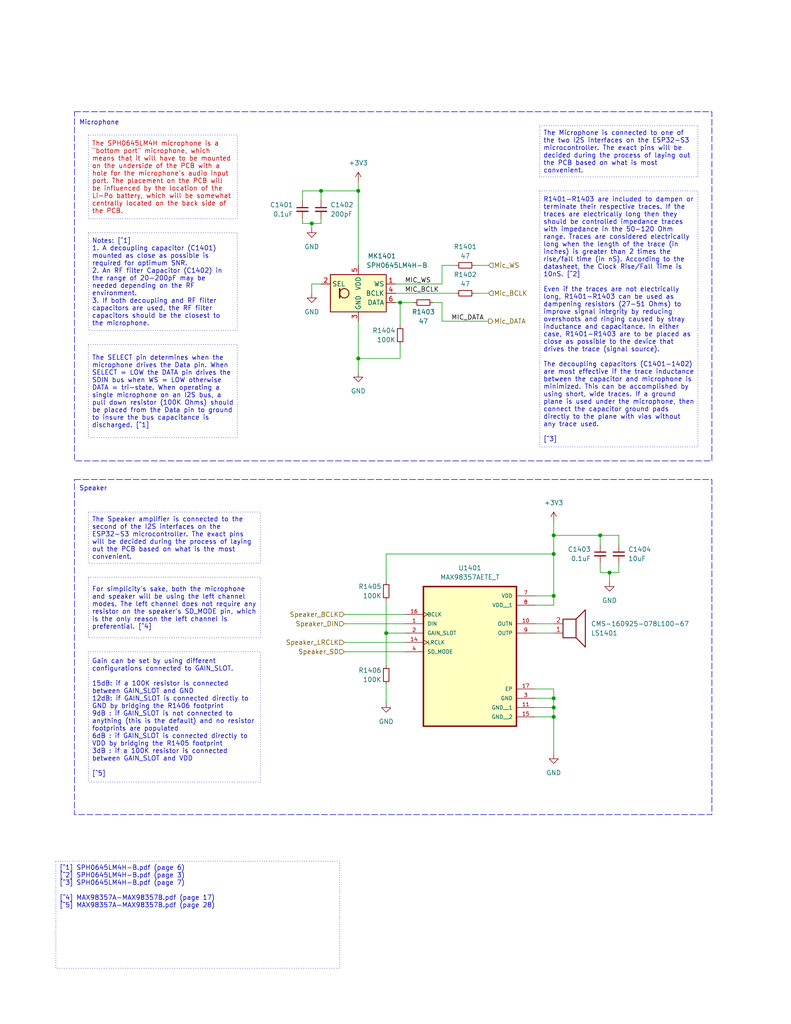
<source format=kicad_sch>
(kicad_sch
	(version 20231120)
	(generator "eeschema")
	(generator_version "8.0")
	(uuid "9dc8a325-2165-447c-b43a-32b0cbd62a4f")
	(paper "A" portrait)
	(title_block
		(title "Comms Badge Voice Assistant")
		(date "2024-03-02")
		(rev "0.1.1")
		(company "Home Sweet Home Assistant")
	)
	(lib_symbols
		(symbol "Comms Badge Voice Assistant Project:+3V3"
			(power)
			(pin_names
				(offset 0)
			)
			(exclude_from_sim no)
			(in_bom yes)
			(on_board yes)
			(property "Reference" "#PWR"
				(at 0 -3.81 0)
				(effects
					(font
						(size 1.27 1.27)
					)
					(hide yes)
				)
			)
			(property "Value" "+3V3"
				(at 0 3.556 0)
				(effects
					(font
						(size 1.27 1.27)
					)
				)
			)
			(property "Footprint" ""
				(at 0 0 0)
				(effects
					(font
						(size 1.27 1.27)
					)
					(hide yes)
				)
			)
			(property "Datasheet" ""
				(at 0 0 0)
				(effects
					(font
						(size 1.27 1.27)
					)
					(hide yes)
				)
			)
			(property "Description" "Power symbol creates a global label with name \"+3V3\""
				(at 0 0 0)
				(effects
					(font
						(size 1.27 1.27)
					)
					(hide yes)
				)
			)
			(property "ki_keywords" "global power"
				(at 0 0 0)
				(effects
					(font
						(size 1.27 1.27)
					)
					(hide yes)
				)
			)
			(symbol "+3V3_0_1"
				(polyline
					(pts
						(xy -0.762 1.27) (xy 0 2.54)
					)
					(stroke
						(width 0)
						(type default)
					)
					(fill
						(type none)
					)
				)
				(polyline
					(pts
						(xy 0 0) (xy 0 2.54)
					)
					(stroke
						(width 0)
						(type default)
					)
					(fill
						(type none)
					)
				)
				(polyline
					(pts
						(xy 0 2.54) (xy 0.762 1.27)
					)
					(stroke
						(width 0)
						(type default)
					)
					(fill
						(type none)
					)
				)
			)
			(symbol "+3V3_1_1"
				(pin power_in line
					(at 0 0 90)
					(length 0) hide
					(name "+3V3"
						(effects
							(font
								(size 1.27 1.27)
							)
						)
					)
					(number "1"
						(effects
							(font
								(size 1.27 1.27)
							)
						)
					)
				)
			)
		)
		(symbol "Comms Badge Voice Assistant Project:C_Small"
			(pin_numbers hide)
			(pin_names
				(offset 0.254) hide)
			(exclude_from_sim no)
			(in_bom yes)
			(on_board yes)
			(property "Reference" "C"
				(at 0.254 1.778 0)
				(effects
					(font
						(size 1.27 1.27)
					)
					(justify left)
				)
			)
			(property "Value" "C_Small"
				(at 0.254 -2.032 0)
				(effects
					(font
						(size 1.27 1.27)
					)
					(justify left)
				)
			)
			(property "Footprint" ""
				(at 0 0 0)
				(effects
					(font
						(size 1.27 1.27)
					)
					(hide yes)
				)
			)
			(property "Datasheet" "~"
				(at 0 0 0)
				(effects
					(font
						(size 1.27 1.27)
					)
					(hide yes)
				)
			)
			(property "Description" "Unpolarized capacitor, small symbol"
				(at 0 0 0)
				(effects
					(font
						(size 1.27 1.27)
					)
					(hide yes)
				)
			)
			(property "ki_keywords" "capacitor cap"
				(at 0 0 0)
				(effects
					(font
						(size 1.27 1.27)
					)
					(hide yes)
				)
			)
			(property "ki_fp_filters" "C_*"
				(at 0 0 0)
				(effects
					(font
						(size 1.27 1.27)
					)
					(hide yes)
				)
			)
			(symbol "C_Small_0_1"
				(polyline
					(pts
						(xy -1.524 -0.508) (xy 1.524 -0.508)
					)
					(stroke
						(width 0.3302)
						(type default)
					)
					(fill
						(type none)
					)
				)
				(polyline
					(pts
						(xy -1.524 0.508) (xy 1.524 0.508)
					)
					(stroke
						(width 0.3048)
						(type default)
					)
					(fill
						(type none)
					)
				)
			)
			(symbol "C_Small_1_1"
				(pin passive line
					(at 0 2.54 270)
					(length 2.032)
					(name "~"
						(effects
							(font
								(size 1.27 1.27)
							)
						)
					)
					(number "1"
						(effects
							(font
								(size 1.27 1.27)
							)
						)
					)
				)
				(pin passive line
					(at 0 -2.54 90)
					(length 2.032)
					(name "~"
						(effects
							(font
								(size 1.27 1.27)
							)
						)
					)
					(number "2"
						(effects
							(font
								(size 1.27 1.27)
							)
						)
					)
				)
			)
		)
		(symbol "Comms Badge Voice Assistant Project:GND"
			(power)
			(pin_names
				(offset 0)
			)
			(exclude_from_sim no)
			(in_bom yes)
			(on_board yes)
			(property "Reference" "#PWR"
				(at 0 -6.35 0)
				(effects
					(font
						(size 1.27 1.27)
					)
					(hide yes)
				)
			)
			(property "Value" "GND"
				(at 0 -3.81 0)
				(effects
					(font
						(size 1.27 1.27)
					)
				)
			)
			(property "Footprint" ""
				(at 0 0 0)
				(effects
					(font
						(size 1.27 1.27)
					)
					(hide yes)
				)
			)
			(property "Datasheet" ""
				(at 0 0 0)
				(effects
					(font
						(size 1.27 1.27)
					)
					(hide yes)
				)
			)
			(property "Description" "Power symbol creates a global label with name \"GND\" , ground"
				(at 0 0 0)
				(effects
					(font
						(size 1.27 1.27)
					)
					(hide yes)
				)
			)
			(property "ki_keywords" "global power"
				(at 0 0 0)
				(effects
					(font
						(size 1.27 1.27)
					)
					(hide yes)
				)
			)
			(symbol "GND_0_1"
				(polyline
					(pts
						(xy 0 0) (xy 0 -1.27) (xy 1.27 -1.27) (xy 0 -2.54) (xy -1.27 -1.27) (xy 0 -1.27)
					)
					(stroke
						(width 0)
						(type default)
					)
					(fill
						(type none)
					)
				)
			)
			(symbol "GND_1_1"
				(pin power_in line
					(at 0 0 270)
					(length 0) hide
					(name "GND"
						(effects
							(font
								(size 1.27 1.27)
							)
						)
					)
					(number "1"
						(effects
							(font
								(size 1.27 1.27)
							)
						)
					)
				)
			)
		)
		(symbol "Comms Badge Voice Assistant Project:MAX98357AETE_T"
			(pin_names
				(offset 1.016)
			)
			(exclude_from_sim no)
			(in_bom yes)
			(on_board yes)
			(property "Reference" "U1402"
				(at 0 20.32 0)
				(effects
					(font
						(size 1.27 1.27)
					)
				)
			)
			(property "Value" "MAX98357AETE_T"
				(at 0 17.78 0)
				(effects
					(font
						(size 1.27 1.27)
					)
				)
			)
			(property "Footprint" "MAX98357AETE_T:QFN50P300X300X80-17N"
				(at 0 0 0)
				(effects
					(font
						(size 1.27 1.27)
					)
					(justify bottom)
					(hide yes)
				)
			)
			(property "Datasheet" ""
				(at 0 0 0)
				(effects
					(font
						(size 1.27 1.27)
					)
					(hide yes)
				)
			)
			(property "Description" ""
				(at 0 0 0)
				(effects
					(font
						(size 1.27 1.27)
					)
					(hide yes)
				)
			)
			(property "Manufacturer" "Maxim Integrated"
				(at 0 0 0)
				(effects
					(font
						(size 1.27 1.27)
					)
					(justify bottom)
					(hide yes)
				)
			)
			(property "Package" "QFN50P300X300X80-17N"
				(at 0 0 0)
				(effects
					(font
						(size 1.27 1.27)
					)
					(justify bottom)
					(hide yes)
				)
			)
			(property "LCSC #" ""
				(at 0 0 0)
				(effects
					(font
						(size 1.27 1.27)
					)
					(hide yes)
				)
			)
			(property "Mfr. Part #" ""
				(at 0 0 0)
				(effects
					(font
						(size 1.27 1.27)
					)
					(hide yes)
				)
			)
			(property "DigiKey #" ""
				(at 0 0 0)
				(effects
					(font
						(size 1.27 1.27)
					)
					(hide yes)
				)
			)
			(property "Mouser #" ""
				(at 0 0 0)
				(effects
					(font
						(size 1.27 1.27)
					)
					(hide yes)
				)
			)
			(property "Price" ""
				(at 0 0 0)
				(effects
					(font
						(size 1.27 1.27)
					)
					(hide yes)
				)
			)
			(symbol "MAX98357AETE_T_0_0"
				(rectangle
					(start -12.7 -22.86)
					(end 12.7 15.24)
					(stroke
						(width 0.41)
						(type default)
					)
					(fill
						(type background)
					)
				)
				(pin input line
					(at -17.78 5.08 0)
					(length 5.08)
					(name "DIN"
						(effects
							(font
								(size 1.016 1.016)
							)
						)
					)
					(number "1"
						(effects
							(font
								(size 1.016 1.016)
							)
						)
					)
				)
				(pin output line
					(at 17.78 5.08 180)
					(length 5.08)
					(name "OUTN"
						(effects
							(font
								(size 1.016 1.016)
							)
						)
					)
					(number "10"
						(effects
							(font
								(size 1.016 1.016)
							)
						)
					)
				)
				(pin power_in line
					(at 17.78 -17.78 180)
					(length 5.08)
					(name "GND__1"
						(effects
							(font
								(size 1.016 1.016)
							)
						)
					)
					(number "11"
						(effects
							(font
								(size 1.016 1.016)
							)
						)
					)
				)
				(pin input clock
					(at -17.78 0 0)
					(length 5.08)
					(name "LRCLK"
						(effects
							(font
								(size 1.016 1.016)
							)
						)
					)
					(number "14"
						(effects
							(font
								(size 1.016 1.016)
							)
						)
					)
				)
				(pin power_in line
					(at 17.78 -20.32 180)
					(length 5.08)
					(name "GND__2"
						(effects
							(font
								(size 1.016 1.016)
							)
						)
					)
					(number "15"
						(effects
							(font
								(size 1.016 1.016)
							)
						)
					)
				)
				(pin input clock
					(at -17.78 7.62 0)
					(length 5.08)
					(name "BCLK"
						(effects
							(font
								(size 1.016 1.016)
							)
						)
					)
					(number "16"
						(effects
							(font
								(size 1.016 1.016)
							)
						)
					)
				)
				(pin power_in line
					(at 17.78 -12.7 180)
					(length 5.08)
					(name "EP"
						(effects
							(font
								(size 1.016 1.016)
							)
						)
					)
					(number "17"
						(effects
							(font
								(size 1.016 1.016)
							)
						)
					)
				)
				(pin input line
					(at -17.78 2.54 0)
					(length 5.08)
					(name "GAIN_SLOT"
						(effects
							(font
								(size 1.016 1.016)
							)
						)
					)
					(number "2"
						(effects
							(font
								(size 1.016 1.016)
							)
						)
					)
				)
				(pin power_in line
					(at 17.78 -15.24 180)
					(length 5.08)
					(name "GND"
						(effects
							(font
								(size 1.016 1.016)
							)
						)
					)
					(number "3"
						(effects
							(font
								(size 1.016 1.016)
							)
						)
					)
				)
				(pin input line
					(at -17.78 -2.54 0)
					(length 5.08)
					(name "SD_MODE"
						(effects
							(font
								(size 1.016 1.016)
							)
						)
					)
					(number "4"
						(effects
							(font
								(size 1.016 1.016)
							)
						)
					)
				)
				(pin power_in line
					(at 17.78 12.7 180)
					(length 5.08)
					(name "VDD"
						(effects
							(font
								(size 1.016 1.016)
							)
						)
					)
					(number "7"
						(effects
							(font
								(size 1.016 1.016)
							)
						)
					)
				)
				(pin power_in line
					(at 17.78 10.16 180)
					(length 5.08)
					(name "VDD__1"
						(effects
							(font
								(size 1.016 1.016)
							)
						)
					)
					(number "8"
						(effects
							(font
								(size 1.016 1.016)
							)
						)
					)
				)
				(pin output line
					(at 17.78 2.54 180)
					(length 5.08)
					(name "OUTP"
						(effects
							(font
								(size 1.016 1.016)
							)
						)
					)
					(number "9"
						(effects
							(font
								(size 1.016 1.016)
							)
						)
					)
				)
			)
			(symbol "MAX98357AETE_T_1_1"
				(pin no_connect line
					(at -17.78 -13.97 0)
					(length 5.08) hide
					(name "12"
						(effects
							(font
								(size 1.27 1.27)
							)
						)
					)
					(number "12"
						(effects
							(font
								(size 1.27 1.27)
							)
						)
					)
				)
				(pin no_connect line
					(at -17.78 -16.51 0)
					(length 5.08) hide
					(name "13"
						(effects
							(font
								(size 1.27 1.27)
							)
						)
					)
					(number "13"
						(effects
							(font
								(size 1.27 1.27)
							)
						)
					)
				)
				(pin no_connect line
					(at -17.78 -8.89 0)
					(length 5.08) hide
					(name "5"
						(effects
							(font
								(size 1.27 1.27)
							)
						)
					)
					(number "5"
						(effects
							(font
								(size 1.27 1.27)
							)
						)
					)
				)
				(pin no_connect line
					(at -17.78 -11.43 0)
					(length 5.08) hide
					(name "6"
						(effects
							(font
								(size 1.27 1.27)
							)
						)
					)
					(number "6"
						(effects
							(font
								(size 1.27 1.27)
							)
						)
					)
				)
			)
		)
		(symbol "Comms Badge Voice Assistant Project:R_Small"
			(pin_numbers hide)
			(pin_names
				(offset 0.254) hide)
			(exclude_from_sim no)
			(in_bom yes)
			(on_board yes)
			(property "Reference" "R"
				(at 0.762 0.508 0)
				(effects
					(font
						(size 1.27 1.27)
					)
					(justify left)
				)
			)
			(property "Value" "R_Small"
				(at 0.762 -1.016 0)
				(effects
					(font
						(size 1.27 1.27)
					)
					(justify left)
				)
			)
			(property "Footprint" ""
				(at 0 0 0)
				(effects
					(font
						(size 1.27 1.27)
					)
					(hide yes)
				)
			)
			(property "Datasheet" "~"
				(at 0 0 0)
				(effects
					(font
						(size 1.27 1.27)
					)
					(hide yes)
				)
			)
			(property "Description" "Resistor, small symbol"
				(at 0 0 0)
				(effects
					(font
						(size 1.27 1.27)
					)
					(hide yes)
				)
			)
			(property "ki_keywords" "R resistor"
				(at 0 0 0)
				(effects
					(font
						(size 1.27 1.27)
					)
					(hide yes)
				)
			)
			(property "ki_fp_filters" "R_*"
				(at 0 0 0)
				(effects
					(font
						(size 1.27 1.27)
					)
					(hide yes)
				)
			)
			(symbol "R_Small_0_1"
				(rectangle
					(start -0.762 1.778)
					(end 0.762 -1.778)
					(stroke
						(width 0.2032)
						(type default)
					)
					(fill
						(type none)
					)
				)
			)
			(symbol "R_Small_1_1"
				(pin passive line
					(at 0 2.54 270)
					(length 0.762)
					(name "~"
						(effects
							(font
								(size 1.27 1.27)
							)
						)
					)
					(number "1"
						(effects
							(font
								(size 1.27 1.27)
							)
						)
					)
				)
				(pin passive line
					(at 0 -2.54 90)
					(length 0.762)
					(name "~"
						(effects
							(font
								(size 1.27 1.27)
							)
						)
					)
					(number "2"
						(effects
							(font
								(size 1.27 1.27)
							)
						)
					)
				)
			)
		)
		(symbol "Comms Badge Voice Assistant Project:SPH0645LM4H"
			(exclude_from_sim no)
			(in_bom yes)
			(on_board yes)
			(property "Reference" "MK"
				(at -7.62 6.35 0)
				(effects
					(font
						(size 1.27 1.27)
					)
					(justify left)
				)
			)
			(property "Value" "SPH0645LM4H"
				(at 1.27 6.35 0)
				(effects
					(font
						(size 1.27 1.27)
					)
					(justify left)
				)
			)
			(property "Footprint" "Sensor_Audio:Knowles_SPH0645LM4H-6_3.5x2.65mm"
				(at 0 0 0)
				(effects
					(font
						(size 1.27 1.27)
					)
					(hide yes)
				)
			)
			(property "Datasheet" "https://www.knowles.com/docs/default-source/default-document-library/sph0645lm4h-1-datasheet.pdf"
				(at 0 0 0)
				(effects
					(font
						(size 1.27 1.27)
					)
					(hide yes)
				)
			)
			(property "Description" "Knowles MEMS Microphone, 24-bit I2S, 65 dBA SNR, LGA-6"
				(at 0 0 0)
				(effects
					(font
						(size 1.27 1.27)
					)
					(hide yes)
				)
			)
			(property "ki_keywords" "microphone MEMS I2S 24bit Knowles SPH0645LM4H Crawford"
				(at 0 0 0)
				(effects
					(font
						(size 1.27 1.27)
					)
					(hide yes)
				)
			)
			(property "ki_fp_filters" "Knowles*SPH0645LM4H*"
				(at 0 0 0)
				(effects
					(font
						(size 1.27 1.27)
					)
					(hide yes)
				)
			)
			(symbol "SPH0645LM4H_1_1"
				(rectangle
					(start -7.62 5.08)
					(end 7.62 -5.08)
					(stroke
						(width 0.254)
						(type default)
					)
					(fill
						(type background)
					)
				)
				(circle
					(center -3.81 0)
					(radius 1.27)
					(stroke
						(width 0.254)
						(type default)
					)
					(fill
						(type none)
					)
				)
				(polyline
					(pts
						(xy -5.08 1.27) (xy -5.08 -1.27)
					)
					(stroke
						(width 0.381)
						(type default)
					)
					(fill
						(type none)
					)
				)
				(pin input line
					(at 10.16 2.54 180)
					(length 2.54)
					(name "WS"
						(effects
							(font
								(size 1.27 1.27)
							)
						)
					)
					(number "1"
						(effects
							(font
								(size 1.27 1.27)
							)
						)
					)
				)
				(pin input line
					(at -10.16 2.54 0)
					(length 2.54)
					(name "SEL"
						(effects
							(font
								(size 1.27 1.27)
							)
						)
					)
					(number "2"
						(effects
							(font
								(size 1.27 1.27)
							)
						)
					)
				)
				(pin power_in line
					(at 0 -7.62 90)
					(length 2.54)
					(name "GND"
						(effects
							(font
								(size 1.27 1.27)
							)
						)
					)
					(number "3"
						(effects
							(font
								(size 1.27 1.27)
							)
						)
					)
				)
				(pin input line
					(at 10.16 0 180)
					(length 2.54)
					(name "BCLK"
						(effects
							(font
								(size 1.27 1.27)
							)
						)
					)
					(number "4"
						(effects
							(font
								(size 1.27 1.27)
							)
						)
					)
				)
				(pin power_in line
					(at 0 7.62 270)
					(length 2.54)
					(name "VDD"
						(effects
							(font
								(size 1.27 1.27)
							)
						)
					)
					(number "5"
						(effects
							(font
								(size 1.27 1.27)
							)
						)
					)
				)
				(pin output line
					(at 10.16 -2.54 180)
					(length 2.54)
					(name "DATA"
						(effects
							(font
								(size 1.27 1.27)
							)
						)
					)
					(number "6"
						(effects
							(font
								(size 1.27 1.27)
							)
						)
					)
				)
			)
		)
		(symbol "Comms Badge Voice Assistant Project:Speaker"
			(pin_names
				(offset 0) hide)
			(exclude_from_sim no)
			(in_bom yes)
			(on_board yes)
			(property "Reference" "LS"
				(at 1.27 5.715 0)
				(effects
					(font
						(size 1.27 1.27)
					)
					(justify right)
				)
			)
			(property "Value" "Speaker"
				(at 1.27 3.81 0)
				(effects
					(font
						(size 1.27 1.27)
					)
					(justify right)
				)
			)
			(property "Footprint" ""
				(at 0 -5.08 0)
				(effects
					(font
						(size 1.27 1.27)
					)
					(hide yes)
				)
			)
			(property "Datasheet" "~"
				(at -0.254 -1.27 0)
				(effects
					(font
						(size 1.27 1.27)
					)
					(hide yes)
				)
			)
			(property "Description" "Speaker"
				(at 0 0 0)
				(effects
					(font
						(size 1.27 1.27)
					)
					(hide yes)
				)
			)
			(property "ki_keywords" "speaker sound"
				(at 0 0 0)
				(effects
					(font
						(size 1.27 1.27)
					)
					(hide yes)
				)
			)
			(symbol "Speaker_0_0"
				(rectangle
					(start -2.54 1.27)
					(end 1.016 -3.81)
					(stroke
						(width 0.254)
						(type default)
					)
					(fill
						(type none)
					)
				)
				(polyline
					(pts
						(xy 1.016 1.27) (xy 3.556 3.81) (xy 3.556 -6.35) (xy 1.016 -3.81)
					)
					(stroke
						(width 0.254)
						(type default)
					)
					(fill
						(type none)
					)
				)
			)
			(symbol "Speaker_1_1"
				(pin input line
					(at -5.08 0 0)
					(length 2.54)
					(name "1"
						(effects
							(font
								(size 1.27 1.27)
							)
						)
					)
					(number "1"
						(effects
							(font
								(size 1.27 1.27)
							)
						)
					)
				)
				(pin input line
					(at -5.08 -2.54 0)
					(length 2.54)
					(name "2"
						(effects
							(font
								(size 1.27 1.27)
							)
						)
					)
					(number "2"
						(effects
							(font
								(size 1.27 1.27)
							)
						)
					)
				)
			)
		)
	)
	(junction
		(at 151.13 162.56)
		(diameter 0)
		(color 0 0 0 0)
		(uuid "05180cc8-c2fa-40bd-b538-993f54654cca")
	)
	(junction
		(at 163.83 146.05)
		(diameter 0)
		(color 0 0 0 0)
		(uuid "0ac0e966-afd3-47e7-9e5c-de6714e1a10a")
	)
	(junction
		(at 151.13 151.13)
		(diameter 0)
		(color 0 0 0 0)
		(uuid "3057ecca-15e4-4d95-9a27-253154e75ae2")
	)
	(junction
		(at 151.13 195.58)
		(diameter 0)
		(color 0 0 0 0)
		(uuid "465e9f2b-0683-4ddc-8ef7-32cdbbe8019f")
	)
	(junction
		(at 87.63 52.07)
		(diameter 0)
		(color 0 0 0 0)
		(uuid "51919cb2-4462-4f78-80b7-646748819d52")
	)
	(junction
		(at 109.22 82.55)
		(diameter 0)
		(color 0 0 0 0)
		(uuid "5eb7cb09-36c9-488d-acd0-bcff91174acb")
	)
	(junction
		(at 105.41 172.72)
		(diameter 0)
		(color 0 0 0 0)
		(uuid "7110bf92-b261-4dea-a878-70c92c3ca5dc")
	)
	(junction
		(at 151.13 193.04)
		(diameter 0)
		(color 0 0 0 0)
		(uuid "7b55ec8b-cfbb-44b9-8ec6-db2ca18d10dc")
	)
	(junction
		(at 97.79 97.79)
		(diameter 0)
		(color 0 0 0 0)
		(uuid "84778a65-0a7a-49e6-84e5-10918adf1d78")
	)
	(junction
		(at 97.79 52.07)
		(diameter 0)
		(color 0 0 0 0)
		(uuid "a502a388-015c-45a3-8ce1-427131dcaba4")
	)
	(junction
		(at 85.09 60.96)
		(diameter 0)
		(color 0 0 0 0)
		(uuid "bc607046-5c5e-4f97-b398-1ba56e42bfe7")
	)
	(junction
		(at 166.37 156.21)
		(diameter 0)
		(color 0 0 0 0)
		(uuid "d691f8f9-cc81-4760-bdc7-952fcf23d616")
	)
	(junction
		(at 151.13 190.5)
		(diameter 0)
		(color 0 0 0 0)
		(uuid "f1366044-34d5-452e-b4b6-3f357e25ada1")
	)
	(junction
		(at 151.13 146.05)
		(diameter 0)
		(color 0 0 0 0)
		(uuid "f3af1988-52f7-41c0-99ad-cbca5658d7e5")
	)
	(wire
		(pts
			(xy 166.37 156.21) (xy 168.91 156.21)
		)
		(stroke
			(width 0)
			(type default)
		)
		(uuid "006ff5b9-4583-48b6-8a88-42b6bcdd6e46")
	)
	(wire
		(pts
			(xy 151.13 193.04) (xy 151.13 195.58)
		)
		(stroke
			(width 0)
			(type default)
		)
		(uuid "05a9fda8-3e3b-4a1c-9b23-aeddc9914d3c")
	)
	(wire
		(pts
			(xy 105.41 181.61) (xy 105.41 172.72)
		)
		(stroke
			(width 0)
			(type default)
		)
		(uuid "1224bb91-c27a-4c40-8f38-90af41deefa1")
	)
	(wire
		(pts
			(xy 163.83 153.67) (xy 163.83 156.21)
		)
		(stroke
			(width 0)
			(type default)
		)
		(uuid "154391fd-8ea4-4a61-b02c-e026aa37b0e1")
	)
	(wire
		(pts
			(xy 146.05 165.1) (xy 151.13 165.1)
		)
		(stroke
			(width 0)
			(type default)
		)
		(uuid "199d105f-a885-43b4-852d-00f874c7e37c")
	)
	(wire
		(pts
			(xy 109.22 82.55) (xy 109.22 88.9)
		)
		(stroke
			(width 0)
			(type default)
		)
		(uuid "19c75fa0-f7cc-49b1-ba8d-1fed997ffd07")
	)
	(wire
		(pts
			(xy 129.54 72.39) (xy 133.35 72.39)
		)
		(stroke
			(width 0)
			(type default)
		)
		(uuid "2580835f-4183-436b-9e81-9d93bb4fe0c4")
	)
	(wire
		(pts
			(xy 87.63 60.96) (xy 85.09 60.96)
		)
		(stroke
			(width 0)
			(type default)
		)
		(uuid "25f13878-01d4-4716-90a6-1d44652104ef")
	)
	(wire
		(pts
			(xy 109.22 97.79) (xy 97.79 97.79)
		)
		(stroke
			(width 0)
			(type default)
		)
		(uuid "25f38cf8-f892-43e2-b620-6903356fd45a")
	)
	(wire
		(pts
			(xy 168.91 153.67) (xy 168.91 156.21)
		)
		(stroke
			(width 0)
			(type default)
		)
		(uuid "2d954278-d8af-4216-8cbc-71830125d430")
	)
	(wire
		(pts
			(xy 151.13 142.24) (xy 151.13 146.05)
		)
		(stroke
			(width 0)
			(type default)
		)
		(uuid "3713036d-639c-4dee-b90d-488357b02716")
	)
	(wire
		(pts
			(xy 82.55 60.96) (xy 85.09 60.96)
		)
		(stroke
			(width 0)
			(type default)
		)
		(uuid "3bf5e1c1-ad7e-4f05-bffa-aa994cb6a1e1")
	)
	(wire
		(pts
			(xy 120.65 77.47) (xy 120.65 72.39)
		)
		(stroke
			(width 0)
			(type default)
		)
		(uuid "4769f7d9-97e2-4456-bc03-88418e0709f3")
	)
	(wire
		(pts
			(xy 105.41 151.13) (xy 151.13 151.13)
		)
		(stroke
			(width 0)
			(type default)
		)
		(uuid "4796197f-ae8f-4d61-ad4c-08242b6f72de")
	)
	(wire
		(pts
			(xy 87.63 52.07) (xy 97.79 52.07)
		)
		(stroke
			(width 0)
			(type default)
		)
		(uuid "48504842-92be-4272-8a4f-e97d24790d06")
	)
	(wire
		(pts
			(xy 93.98 175.26) (xy 110.49 175.26)
		)
		(stroke
			(width 0)
			(type default)
		)
		(uuid "574f5640-405a-4863-bce1-04ac38782c3e")
	)
	(wire
		(pts
			(xy 151.13 146.05) (xy 151.13 151.13)
		)
		(stroke
			(width 0)
			(type default)
		)
		(uuid "589fcb24-f3ad-4d90-9771-463fcc6787af")
	)
	(wire
		(pts
			(xy 120.65 87.63) (xy 133.35 87.63)
		)
		(stroke
			(width 0)
			(type default)
		)
		(uuid "5d607145-4587-4d1d-b064-c6aa51a1fd34")
	)
	(wire
		(pts
			(xy 97.79 97.79) (xy 97.79 101.6)
		)
		(stroke
			(width 0)
			(type default)
		)
		(uuid "5e66553d-a3bb-4af4-9ad7-6fc7c80d1ea1")
	)
	(wire
		(pts
			(xy 146.05 187.96) (xy 151.13 187.96)
		)
		(stroke
			(width 0)
			(type default)
		)
		(uuid "6445f769-c252-45a9-af3c-e6277f7e910f")
	)
	(wire
		(pts
			(xy 105.41 163.83) (xy 105.41 172.72)
		)
		(stroke
			(width 0)
			(type default)
		)
		(uuid "64e849b0-5bba-45da-8735-dbdd6abbcb6d")
	)
	(wire
		(pts
			(xy 166.37 156.21) (xy 166.37 158.75)
		)
		(stroke
			(width 0)
			(type default)
		)
		(uuid "6674e62d-f6e2-45c1-885d-e6710207ce50")
	)
	(wire
		(pts
			(xy 105.41 186.69) (xy 105.41 191.77)
		)
		(stroke
			(width 0)
			(type default)
		)
		(uuid "6a23cb9a-f6ca-4967-b86f-5e8693132962")
	)
	(wire
		(pts
			(xy 151.13 190.5) (xy 151.13 193.04)
		)
		(stroke
			(width 0)
			(type default)
		)
		(uuid "6ef01c89-28df-428f-a664-369a43347f82")
	)
	(wire
		(pts
			(xy 105.41 172.72) (xy 110.49 172.72)
		)
		(stroke
			(width 0)
			(type default)
		)
		(uuid "6fcf15f0-bd50-4cef-886d-1f48584a9530")
	)
	(wire
		(pts
			(xy 146.05 193.04) (xy 151.13 193.04)
		)
		(stroke
			(width 0)
			(type default)
		)
		(uuid "74372a3d-3f33-46e7-8df8-82f65bab9c07")
	)
	(wire
		(pts
			(xy 151.13 195.58) (xy 151.13 205.74)
		)
		(stroke
			(width 0)
			(type default)
		)
		(uuid "75d36b75-8471-41b5-b1d2-8e1fcaa93d68")
	)
	(wire
		(pts
			(xy 120.65 82.55) (xy 120.65 87.63)
		)
		(stroke
			(width 0)
			(type default)
		)
		(uuid "772da63a-32d5-4eeb-89e1-eb3bcc14383c")
	)
	(wire
		(pts
			(xy 151.13 151.13) (xy 151.13 162.56)
		)
		(stroke
			(width 0)
			(type default)
		)
		(uuid "7ee034a7-689d-4df7-8b8d-5efca3209534")
	)
	(wire
		(pts
			(xy 97.79 49.53) (xy 97.79 52.07)
		)
		(stroke
			(width 0)
			(type default)
		)
		(uuid "8064316d-d403-4050-9c49-8fe75ca536c5")
	)
	(wire
		(pts
			(xy 146.05 170.18) (xy 151.13 170.18)
		)
		(stroke
			(width 0)
			(type default)
		)
		(uuid "82af404f-7661-4880-8d59-acf1e1ffb629")
	)
	(wire
		(pts
			(xy 93.98 170.18) (xy 110.49 170.18)
		)
		(stroke
			(width 0)
			(type default)
		)
		(uuid "8455c713-4862-4c5c-be4a-15d675a6acad")
	)
	(wire
		(pts
			(xy 146.05 195.58) (xy 151.13 195.58)
		)
		(stroke
			(width 0)
			(type default)
		)
		(uuid "84b504b6-4a6f-4199-ab94-aa1f99fe4048")
	)
	(wire
		(pts
			(xy 129.54 80.01) (xy 133.35 80.01)
		)
		(stroke
			(width 0)
			(type default)
		)
		(uuid "8c55a5f7-d47f-4c26-9581-eab42ff22078")
	)
	(wire
		(pts
			(xy 151.13 146.05) (xy 163.83 146.05)
		)
		(stroke
			(width 0)
			(type default)
		)
		(uuid "8c5bbd65-b8d0-4c62-8af0-66d59a8da627")
	)
	(wire
		(pts
			(xy 85.09 77.47) (xy 85.09 80.01)
		)
		(stroke
			(width 0)
			(type default)
		)
		(uuid "931b701a-a1dd-427f-ac68-17ce7b3fd368")
	)
	(wire
		(pts
			(xy 87.63 77.47) (xy 85.09 77.47)
		)
		(stroke
			(width 0)
			(type default)
		)
		(uuid "933a66be-69b9-42e1-810b-fb1434d9607b")
	)
	(wire
		(pts
			(xy 109.22 93.98) (xy 109.22 97.79)
		)
		(stroke
			(width 0)
			(type default)
		)
		(uuid "93ac2a92-3d5c-444b-a9b7-a6a9040f62af")
	)
	(wire
		(pts
			(xy 168.91 148.59) (xy 168.91 146.05)
		)
		(stroke
			(width 0)
			(type default)
		)
		(uuid "9df75805-541b-433e-8a7c-4251e6db75e7")
	)
	(wire
		(pts
			(xy 109.22 82.55) (xy 107.95 82.55)
		)
		(stroke
			(width 0)
			(type default)
		)
		(uuid "9e5e99d2-5c76-4cae-8a50-02ef5dff98a0")
	)
	(wire
		(pts
			(xy 118.11 82.55) (xy 120.65 82.55)
		)
		(stroke
			(width 0)
			(type default)
		)
		(uuid "a06aaa9f-e211-4908-88d0-7c8bba7aa281")
	)
	(wire
		(pts
			(xy 82.55 52.07) (xy 87.63 52.07)
		)
		(stroke
			(width 0)
			(type default)
		)
		(uuid "a39b2102-ce14-433a-a0d8-e1d899ca8adf")
	)
	(wire
		(pts
			(xy 82.55 54.61) (xy 82.55 52.07)
		)
		(stroke
			(width 0)
			(type default)
		)
		(uuid "a5c0d65c-ae7a-467c-abf5-de93ad6439aa")
	)
	(wire
		(pts
			(xy 146.05 162.56) (xy 151.13 162.56)
		)
		(stroke
			(width 0)
			(type default)
		)
		(uuid "a71ce09e-07dc-423e-8ba0-3c876091f397")
	)
	(wire
		(pts
			(xy 105.41 151.13) (xy 105.41 158.75)
		)
		(stroke
			(width 0)
			(type default)
		)
		(uuid "a8f3da7f-f774-470f-b8df-19b87709958c")
	)
	(wire
		(pts
			(xy 82.55 59.69) (xy 82.55 60.96)
		)
		(stroke
			(width 0)
			(type default)
		)
		(uuid "aa0ab8bf-1ac2-4ceb-80e8-071c6443dc44")
	)
	(wire
		(pts
			(xy 163.83 146.05) (xy 168.91 146.05)
		)
		(stroke
			(width 0)
			(type default)
		)
		(uuid "ae6aac9a-d4d3-4445-a56c-d20c0b6fdcd1")
	)
	(wire
		(pts
			(xy 87.63 52.07) (xy 87.63 54.61)
		)
		(stroke
			(width 0)
			(type default)
		)
		(uuid "b0b4229a-89ed-47f9-b94c-97e52964a716")
	)
	(wire
		(pts
			(xy 146.05 190.5) (xy 151.13 190.5)
		)
		(stroke
			(width 0)
			(type default)
		)
		(uuid "b2521937-ec41-4807-a87c-b81647253a49")
	)
	(wire
		(pts
			(xy 93.98 167.64) (xy 110.49 167.64)
		)
		(stroke
			(width 0)
			(type default)
		)
		(uuid "b28e5550-8e4f-4756-a01e-cb295ca088fe")
	)
	(wire
		(pts
			(xy 87.63 59.69) (xy 87.63 60.96)
		)
		(stroke
			(width 0)
			(type default)
		)
		(uuid "b30046f0-9f9a-40db-ba50-b8c97fbe7d30")
	)
	(wire
		(pts
			(xy 151.13 187.96) (xy 151.13 190.5)
		)
		(stroke
			(width 0)
			(type default)
		)
		(uuid "b53c385a-f648-47b5-a4e9-65aef3c70945")
	)
	(wire
		(pts
			(xy 107.95 80.01) (xy 124.46 80.01)
		)
		(stroke
			(width 0)
			(type default)
		)
		(uuid "b981a67a-73fc-4026-ba2e-787c4f663c62")
	)
	(wire
		(pts
			(xy 151.13 165.1) (xy 151.13 162.56)
		)
		(stroke
			(width 0)
			(type default)
		)
		(uuid "bb161239-91f8-4e55-ab05-f85168039305")
	)
	(wire
		(pts
			(xy 109.22 82.55) (xy 113.03 82.55)
		)
		(stroke
			(width 0)
			(type default)
		)
		(uuid "bbec458b-d814-4768-ac0c-ec3cfbb17168")
	)
	(wire
		(pts
			(xy 107.95 77.47) (xy 120.65 77.47)
		)
		(stroke
			(width 0)
			(type default)
		)
		(uuid "c03e350b-0115-43a4-9b58-9d6578eb2de2")
	)
	(wire
		(pts
			(xy 146.05 172.72) (xy 151.13 172.72)
		)
		(stroke
			(width 0)
			(type default)
		)
		(uuid "c19b23b0-a501-4919-bf3d-eea6bf1fe7b9")
	)
	(wire
		(pts
			(xy 85.09 60.96) (xy 85.09 62.23)
		)
		(stroke
			(width 0)
			(type default)
		)
		(uuid "c4d2c2d4-454b-4042-9431-6196ee358913")
	)
	(wire
		(pts
			(xy 93.98 177.8) (xy 110.49 177.8)
		)
		(stroke
			(width 0)
			(type default)
		)
		(uuid "ca724a1e-a583-4d04-90ff-c792c3b00bf5")
	)
	(wire
		(pts
			(xy 163.83 148.59) (xy 163.83 146.05)
		)
		(stroke
			(width 0)
			(type default)
		)
		(uuid "cb722af0-ee2a-4a61-b6df-69d1f29b4174")
	)
	(wire
		(pts
			(xy 97.79 87.63) (xy 97.79 97.79)
		)
		(stroke
			(width 0)
			(type default)
		)
		(uuid "dbda5f41-aaa5-4225-a1d6-c8e1a061216a")
	)
	(wire
		(pts
			(xy 97.79 52.07) (xy 97.79 72.39)
		)
		(stroke
			(width 0)
			(type default)
		)
		(uuid "dfaf1f0e-3d87-47c5-bc10-79ae359f1a22")
	)
	(wire
		(pts
			(xy 120.65 72.39) (xy 124.46 72.39)
		)
		(stroke
			(width 0)
			(type default)
		)
		(uuid "e1a97e40-7035-43a7-8c93-d8cd9442fd67")
	)
	(wire
		(pts
			(xy 166.37 156.21) (xy 163.83 156.21)
		)
		(stroke
			(width 0)
			(type default)
		)
		(uuid "f7f0e86c-2757-45bd-a1df-4081821e306a")
	)
	(rectangle
		(start 20.32 30.48)
		(end 194.31 125.73)
		(stroke
			(width 0)
			(type dash)
		)
		(fill
			(type none)
		)
		(uuid 0754fee8-e267-4d9b-95b3-3c8537dbbe9c)
	)
	(rectangle
		(start 20.32 130.81)
		(end 194.31 222.25)
		(stroke
			(width 0)
			(type dash)
		)
		(fill
			(type none)
		)
		(uuid 9033a22a-c736-4335-a1e7-447fc10a5ed5)
	)
	(text_box "For simplicity's sake, both the microphone and speaker will be using the left channel modes. The left channel does not require any resistor on the speaker's SD_MODE pin, which is the only reason the left channel is preferential. [^4]\n"
		(exclude_from_sim no)
		(at 24.13 157.48 0)
		(size 46.99 16.51)
		(stroke
			(width 0)
			(type dot)
		)
		(fill
			(type none)
		)
		(effects
			(font
				(size 1.27 1.27)
			)
			(justify left)
		)
		(uuid "10327714-7464-433e-ba7b-90adf3cc4fc0")
	)
	(text_box "[^1] SPH0645LM4H-B.pdf (page 6)\n[^2] SPH0645LM4H-B.pdf (page 3)\n[^3] SPH0645LM4H-B.pdf (page 7)\n\n[^4] MAX98357A-MAX98357B.pdf (page 17)\n[^5] MAX98357A-MAX98357B.pdf (page 28)"
		(exclude_from_sim no)
		(at 15.24 234.95 0)
		(size 77.47 29.21)
		(stroke
			(width 0)
			(type dot)
		)
		(fill
			(type none)
		)
		(effects
			(font
				(size 1.27 1.27)
			)
			(justify left top)
		)
		(uuid "320bd407-998b-49c7-8845-ff6ff083a9a6")
	)
	(text_box "R1401-R1403 are included to dampen or terminate their respective traces. If the traces are electrically long then they should be controlled impedance traces with impedance in the 50-120 Ohm range. Traces are considered electrically long when the length of the trace (in inches) is greater than 2 times the rise/fall time (in nS). According to the datasheet, the Clock Rise/Fall Time is 10nS. [^2]\n\nEven if the traces are not electrically long, R1401-R1403 can be used as dampening resistors (27-51 Ohms) to improve signal integrity by reducing overshoots and ringing caused by stray inductance and capacitance. In either case, R1401-R1403 are to be placed as close as possible to the device that drives the trace (signal source). \n\nThe decoupling capacitors (C1401-1402) are most effective if the trace inductance between the capacitor and microphone is minimized. This can be accomplished by using short, wide traces. If a ground plane is used under the microphone, then connect the capacitor ground pads directly to the plane with vias without any trace used.\n\n[^3]"
		(exclude_from_sim no)
		(at 147.32 52.07 0)
		(size 43.18 69.85)
		(stroke
			(width 0)
			(type dot)
		)
		(fill
			(type none)
		)
		(effects
			(font
				(size 1.27 1.27)
			)
			(justify left)
		)
		(uuid "4d788068-b342-43b2-ba92-c1cb1b0266a2")
	)
	(text_box "The Speaker amplifier is connected to the second of the I2S interfaces on the ESP32-S3 microcontroller. The exact pins will be decided during the process of laying out the PCB based on what is the most convenient."
		(exclude_from_sim no)
		(at 24.13 139.7 0)
		(size 46.99 13.97)
		(stroke
			(width 0)
			(type dot)
		)
		(fill
			(type none)
		)
		(effects
			(font
				(size 1.27 1.27)
			)
			(justify left)
		)
		(uuid "4f15d0b6-c52b-4778-8531-c2c2f841bd93")
	)
	(text_box "The SELECT pin determines when the microphone drives the Data pin. When SELECT = LOW the DATA pin drives the SDIN bus when WS = LOW otherwise DATA = tri-state. When operating a single microphone on an I2S bus, a pull down resistor (100K Ohms) should be placed from the Data pin to ground to insure the bus capacitance is discharged. [^1]"
		(exclude_from_sim no)
		(at 24.13 93.98 0)
		(size 40.64 25.4)
		(stroke
			(width 0)
			(type dot)
		)
		(fill
			(type none)
		)
		(effects
			(font
				(size 1.27 1.27)
			)
			(justify left)
		)
		(uuid "538ebbde-adb3-4074-bed1-63ae0010c64a")
	)
	(text_box "The SPH0645LM4H microphone is a \"bottom port\" microphone, which means that it will have to be mounted on the underside of the PCB with a hole for the microphone's audio input port. The placement on the PCB will be influenced by the location of the Li-Po battery, which will be somewhat centrally located on the back side of the PCB."
		(exclude_from_sim no)
		(at 24.13 36.83 0)
		(size 40.64 22.86)
		(stroke
			(width 0)
			(type dot)
		)
		(fill
			(type none)
		)
		(effects
			(font
				(size 1.27 1.27)
				(color 194 0 0 1)
			)
			(justify left)
		)
		(uuid "613b72df-fe20-4bf8-8943-a06e489c934c")
	)
	(text_box "The Microphone is connected to one of the two I2S interfaces on the ESP32-S3 microcontroller. The exact pins will be decided during the process of laying out the PCB based on what is most convenient."
		(exclude_from_sim no)
		(at 147.32 34.29 0)
		(size 43.18 13.97)
		(stroke
			(width 0)
			(type dot)
		)
		(fill
			(type none)
		)
		(effects
			(font
				(size 1.27 1.27)
			)
			(justify left)
		)
		(uuid "6c5afedb-25e6-4da5-a930-55a617a7fb1e")
	)
	(text_box "Notes: [^1]\n1. A decoupling capacitor (C1401) mounted as close as possible is required for optimum SNR.\n2. An RF filter Capacitor (C1402) in the range of 20-200pF may be needed depending on the RF environment.\n3. If both decoupling and RF filter capacitors are used, the RF filter capacitors should be the closest to the microphone."
		(exclude_from_sim no)
		(at 24.13 63.5 0)
		(size 40.64 26.67)
		(stroke
			(width 0)
			(type dot)
		)
		(fill
			(type none)
		)
		(effects
			(font
				(size 1.27 1.27)
			)
			(justify left)
		)
		(uuid "7aade729-1000-4e6a-b28b-51e77decd68c")
	)
	(text_box "Gain can be set by using different configurations connected to GAIN_SLOT.\n\n15dB: if a 100K resistor is connected between GAIN_SLOT and GND\n12dB: if GAIN_SLOT is connected directly to GND by bridging the R1406 footprint\n9dB : if GAIN_SLOT is not connected to anything (this is the default) and no resistor footprints are populated\n6dB : if GAIN_SLOT is connected directly to VDD by bridging the R1405 footprint\n3dB : if a 100K resistor is connected between GAIN_SLOT and VDD\n\n[^5]"
		(exclude_from_sim no)
		(at 24.13 177.8 0)
		(size 46.99 35.56)
		(stroke
			(width 0)
			(type dot)
		)
		(fill
			(type none)
		)
		(effects
			(font
				(size 1.27 1.27)
			)
			(justify left)
		)
		(uuid "a9512cfa-fac7-40c5-a7f1-18ea82acbebb")
	)
	(text "Speaker"
		(exclude_from_sim no)
		(at 21.59 133.35 0)
		(effects
			(font
				(size 1.27 1.27)
			)
			(justify left)
		)
		(uuid "5543a363-d98d-4eed-9cf6-ec445c4f52de")
	)
	(text "Microphone"
		(exclude_from_sim no)
		(at 21.59 33.528 0)
		(effects
			(font
				(size 1.27 1.27)
			)
			(justify left)
		)
		(uuid "af66989e-f1ea-4505-a688-64f6abc60c81")
	)
	(label "MIC_WS"
		(at 110.49 77.47 0)
		(fields_autoplaced yes)
		(effects
			(font
				(size 1.27 1.27)
			)
			(justify left bottom)
		)
		(uuid "86759faa-f978-471a-aff4-9b95efec4151")
	)
	(label "MIC_DATA"
		(at 123.19 87.63 0)
		(fields_autoplaced yes)
		(effects
			(font
				(size 1.27 1.27)
			)
			(justify left bottom)
		)
		(uuid "9ea4d406-50e5-49c1-8cd2-ccc7ef03122d")
	)
	(label "MIC_BCLK"
		(at 110.49 80.01 0)
		(fields_autoplaced yes)
		(effects
			(font
				(size 1.27 1.27)
			)
			(justify left bottom)
		)
		(uuid "d78baf9f-a6c5-42dd-af20-add39ba541b3")
	)
	(hierarchical_label "Speaker_SD"
		(shape input)
		(at 93.98 177.8 180)
		(fields_autoplaced yes)
		(effects
			(font
				(size 1.27 1.27)
			)
			(justify right)
		)
		(uuid "00b702cd-1f44-4b05-a3bb-a49a0b1e7515")
	)
	(hierarchical_label "Mic_BCLK"
		(shape input)
		(at 133.35 80.01 0)
		(fields_autoplaced yes)
		(effects
			(font
				(size 1.27 1.27)
			)
			(justify left)
		)
		(uuid "2a92d620-1af5-458f-a843-7cfe40d4d406")
	)
	(hierarchical_label "Mic_DATA"
		(shape output)
		(at 133.35 87.63 0)
		(fields_autoplaced yes)
		(effects
			(font
				(size 1.27 1.27)
			)
			(justify left)
		)
		(uuid "4f33b95b-922b-440a-a071-3c593cb19e5a")
	)
	(hierarchical_label "Speaker_BCLK"
		(shape input)
		(at 93.98 167.64 180)
		(fields_autoplaced yes)
		(effects
			(font
				(size 1.27 1.27)
			)
			(justify right)
		)
		(uuid "9c269af3-6650-4332-b031-0b7b0cf87275")
	)
	(hierarchical_label "Mic_WS"
		(shape input)
		(at 133.35 72.39 0)
		(fields_autoplaced yes)
		(effects
			(font
				(size 1.27 1.27)
			)
			(justify left)
		)
		(uuid "bc464d10-d8f3-4696-9b97-170b3b4b319e")
	)
	(hierarchical_label "Speaker_DIN"
		(shape input)
		(at 93.98 170.18 180)
		(fields_autoplaced yes)
		(effects
			(font
				(size 1.27 1.27)
			)
			(justify right)
		)
		(uuid "d10b768d-4182-49c0-b598-30622a7ea1b7")
	)
	(hierarchical_label "Speaker_LRCLK"
		(shape input)
		(at 93.98 175.26 180)
		(fields_autoplaced yes)
		(effects
			(font
				(size 1.27 1.27)
			)
			(justify right)
		)
		(uuid "f1041cd8-55d8-41ae-ae7b-92f1539ebb43")
	)
	(symbol
		(lib_id "Comms Badge Voice Assistant Project:R_Small")
		(at 127 80.01 90)
		(unit 1)
		(exclude_from_sim no)
		(in_bom yes)
		(on_board yes)
		(dnp no)
		(uuid "0202467d-5266-496e-9b43-1b6c8692733b")
		(property "Reference" "R1402"
			(at 127 74.93 90)
			(effects
				(font
					(size 1.27 1.27)
				)
			)
		)
		(property "Value" "47"
			(at 127 77.47 90)
			(effects
				(font
					(size 1.27 1.27)
				)
			)
		)
		(property "Footprint" "Resistor_SMD:R_0402_1005Metric"
			(at 127 80.01 0)
			(effects
				(font
					(size 1.27 1.27)
				)
				(hide yes)
			)
		)
		(property "Datasheet" "https://datasheet.lcsc.com/lcsc/2304140030_YAGEO-RC0402FR-0747RL_C137973.pdf"
			(at 127 80.01 0)
			(effects
				(font
					(size 1.27 1.27)
				)
				(hide yes)
			)
		)
		(property "Description" ""
			(at 127 80.01 0)
			(effects
				(font
					(size 1.27 1.27)
				)
				(hide yes)
			)
		)
		(property "LCSC #" "C137973"
			(at 127 80.01 0)
			(effects
				(font
					(size 1.27 1.27)
				)
				(hide yes)
			)
		)
		(property "Mfr. Part #" "RC0402FR-0747RL"
			(at 127 80.01 0)
			(effects
				(font
					(size 1.27 1.27)
				)
				(hide yes)
			)
		)
		(property "DigiKey #" "311-47.0LRCT-ND"
			(at 127 80.01 0)
			(effects
				(font
					(size 1.27 1.27)
				)
				(hide yes)
			)
		)
		(property "Mouser #" "603-RC0402FR-0747RL"
			(at 127 80.01 0)
			(effects
				(font
					(size 1.27 1.27)
				)
				(hide yes)
			)
		)
		(property "Price" "0.0006"
			(at 127 80.01 0)
			(effects
				(font
					(size 1.27 1.27)
				)
				(hide yes)
			)
		)
		(pin "1"
			(uuid "1b3878af-80dc-4bcb-a12a-c2f513145f55")
		)
		(pin "2"
			(uuid "42588321-5659-4374-bb57-54f3e375cbd8")
		)
		(instances
			(project "Comms Badge Voice Assistant Project"
				(path "/615e3260-ff62-492c-a651-02eeac1fdade/69b9ae07-f494-4241-a81a-ec8e3c7ef587"
					(reference "R1402")
					(unit 1)
				)
			)
		)
	)
	(symbol
		(lib_id "Comms Badge Voice Assistant Project:GND")
		(at 85.09 80.01 0)
		(unit 1)
		(exclude_from_sim no)
		(in_bom yes)
		(on_board yes)
		(dnp no)
		(fields_autoplaced yes)
		(uuid "06222093-9dc0-4ca4-a46e-039e680c2177")
		(property "Reference" "#PWR01403"
			(at 85.09 86.36 0)
			(effects
				(font
					(size 1.27 1.27)
				)
				(hide yes)
			)
		)
		(property "Value" "GND"
			(at 85.09 85.09 0)
			(effects
				(font
					(size 1.27 1.27)
				)
			)
		)
		(property "Footprint" ""
			(at 85.09 80.01 0)
			(effects
				(font
					(size 1.27 1.27)
				)
				(hide yes)
			)
		)
		(property "Datasheet" ""
			(at 85.09 80.01 0)
			(effects
				(font
					(size 1.27 1.27)
				)
				(hide yes)
			)
		)
		(property "Description" ""
			(at 85.09 80.01 0)
			(effects
				(font
					(size 1.27 1.27)
				)
				(hide yes)
			)
		)
		(pin "1"
			(uuid "b70f0ea9-0dd8-4588-ae80-1cb9500b161b")
		)
		(instances
			(project "Comms Badge Voice Assistant Project"
				(path "/615e3260-ff62-492c-a651-02eeac1fdade/69b9ae07-f494-4241-a81a-ec8e3c7ef587"
					(reference "#PWR01403")
					(unit 1)
				)
			)
		)
	)
	(symbol
		(lib_id "Comms Badge Voice Assistant Project:R_Small")
		(at 115.57 82.55 90)
		(mirror x)
		(unit 1)
		(exclude_from_sim no)
		(in_bom yes)
		(on_board yes)
		(dnp no)
		(uuid "15da0892-18de-4d54-a25d-ccb9c2c6f3d1")
		(property "Reference" "R1403"
			(at 115.57 85.09 90)
			(effects
				(font
					(size 1.27 1.27)
				)
			)
		)
		(property "Value" "47"
			(at 115.57 87.63 90)
			(effects
				(font
					(size 1.27 1.27)
				)
			)
		)
		(property "Footprint" "Resistor_SMD:R_0402_1005Metric"
			(at 115.57 82.55 0)
			(effects
				(font
					(size 1.27 1.27)
				)
				(hide yes)
			)
		)
		(property "Datasheet" "https://datasheet.lcsc.com/lcsc/2304140030_YAGEO-RC0402FR-0747RL_C137973.pdf"
			(at 115.57 82.55 0)
			(effects
				(font
					(size 1.27 1.27)
				)
				(hide yes)
			)
		)
		(property "Description" ""
			(at 115.57 82.55 0)
			(effects
				(font
					(size 1.27 1.27)
				)
				(hide yes)
			)
		)
		(property "LCSC #" "C137973"
			(at 115.57 82.55 0)
			(effects
				(font
					(size 1.27 1.27)
				)
				(hide yes)
			)
		)
		(property "Mfr. Part #" "RC0402FR-0747RL"
			(at 115.57 82.55 0)
			(effects
				(font
					(size 1.27 1.27)
				)
				(hide yes)
			)
		)
		(property "DigiKey #" "311-47.0LRCT-ND"
			(at 115.57 82.55 0)
			(effects
				(font
					(size 1.27 1.27)
				)
				(hide yes)
			)
		)
		(property "Mouser #" "603-RC0402FR-0747RL"
			(at 115.57 82.55 0)
			(effects
				(font
					(size 1.27 1.27)
				)
				(hide yes)
			)
		)
		(property "Price" "0.0006"
			(at 115.57 82.55 0)
			(effects
				(font
					(size 1.27 1.27)
				)
				(hide yes)
			)
		)
		(pin "1"
			(uuid "bd87b456-bfba-41bc-b0f2-e06b9a3bd601")
		)
		(pin "2"
			(uuid "e236fa23-9b38-4dce-b324-79b7d965a70d")
		)
		(instances
			(project "Comms Badge Voice Assistant Project"
				(path "/615e3260-ff62-492c-a651-02eeac1fdade/69b9ae07-f494-4241-a81a-ec8e3c7ef587"
					(reference "R1403")
					(unit 1)
				)
			)
		)
	)
	(symbol
		(lib_id "Comms Badge Voice Assistant Project:GND")
		(at 105.41 191.77 0)
		(unit 1)
		(exclude_from_sim no)
		(in_bom yes)
		(on_board yes)
		(dnp no)
		(fields_autoplaced yes)
		(uuid "1801061f-962d-4821-8947-e9870ce81ff7")
		(property "Reference" "#PWR01407"
			(at 105.41 198.12 0)
			(effects
				(font
					(size 1.27 1.27)
				)
				(hide yes)
			)
		)
		(property "Value" "GND"
			(at 105.41 196.85 0)
			(effects
				(font
					(size 1.27 1.27)
				)
			)
		)
		(property "Footprint" ""
			(at 105.41 191.77 0)
			(effects
				(font
					(size 1.27 1.27)
				)
				(hide yes)
			)
		)
		(property "Datasheet" ""
			(at 105.41 191.77 0)
			(effects
				(font
					(size 1.27 1.27)
				)
				(hide yes)
			)
		)
		(property "Description" ""
			(at 105.41 191.77 0)
			(effects
				(font
					(size 1.27 1.27)
				)
				(hide yes)
			)
		)
		(pin "1"
			(uuid "045e73e0-985e-4500-9b9b-7851acfddfc6")
		)
		(instances
			(project "Comms Badge Voice Assistant Project"
				(path "/615e3260-ff62-492c-a651-02eeac1fdade/69b9ae07-f494-4241-a81a-ec8e3c7ef587"
					(reference "#PWR01407")
					(unit 1)
				)
			)
		)
	)
	(symbol
		(lib_id "Comms Badge Voice Assistant Project:R_Small")
		(at 105.41 161.29 0)
		(mirror y)
		(unit 1)
		(exclude_from_sim no)
		(in_bom yes)
		(on_board yes)
		(dnp no)
		(uuid "1b8b520d-29e7-4ec4-bef0-350261195fa5")
		(property "Reference" "R1405"
			(at 104.14 160.02 0)
			(effects
				(font
					(size 1.27 1.27)
				)
				(justify left)
			)
		)
		(property "Value" "100K"
			(at 104.14 162.56 0)
			(effects
				(font
					(size 1.27 1.27)
				)
				(justify left)
			)
		)
		(property "Footprint" "Resistor_SMD:R_0402_1005Metric"
			(at 105.41 161.29 0)
			(effects
				(font
					(size 1.27 1.27)
				)
				(hide yes)
			)
		)
		(property "Datasheet" "https://datasheet.lcsc.com/lcsc/2304140030_YAGEO-RC0402FR-07100KL_C60491.pdf"
			(at 105.41 161.29 0)
			(effects
				(font
					(size 1.27 1.27)
				)
				(hide yes)
			)
		)
		(property "Description" ""
			(at 105.41 161.29 0)
			(effects
				(font
					(size 1.27 1.27)
				)
				(hide yes)
			)
		)
		(property "DigiKey #" "311-100KLRCT-ND"
			(at 105.41 161.29 0)
			(effects
				(font
					(size 1.27 1.27)
				)
				(hide yes)
			)
		)
		(property "LCSC #" "C60491"
			(at 105.41 161.29 0)
			(effects
				(font
					(size 1.27 1.27)
				)
				(hide yes)
			)
		)
		(property "Mfr. Part #" "RC0402FR-07100KL"
			(at 105.41 161.29 0)
			(effects
				(font
					(size 1.27 1.27)
				)
				(hide yes)
			)
		)
		(property "Mouser #" "603-RC0402FR-07100KL"
			(at 105.41 161.29 0)
			(effects
				(font
					(size 1.27 1.27)
				)
				(hide yes)
			)
		)
		(property "Price" "0.0006"
			(at 105.41 161.29 0)
			(effects
				(font
					(size 1.27 1.27)
				)
				(hide yes)
			)
		)
		(pin "1"
			(uuid "c5e4f205-2b1e-4859-af7e-614b4598154b")
		)
		(pin "2"
			(uuid "7ecf918e-fb69-4d08-a424-735deb2d48d0")
		)
		(instances
			(project "Comms Badge Voice Assistant Project"
				(path "/615e3260-ff62-492c-a651-02eeac1fdade/69b9ae07-f494-4241-a81a-ec8e3c7ef587"
					(reference "R1405")
					(unit 1)
				)
			)
		)
	)
	(symbol
		(lib_id "Comms Badge Voice Assistant Project:GND")
		(at 85.09 62.23 0)
		(unit 1)
		(exclude_from_sim no)
		(in_bom yes)
		(on_board yes)
		(dnp no)
		(fields_autoplaced yes)
		(uuid "234bd742-bb96-46ae-a810-a6a97c6e7ff5")
		(property "Reference" "#PWR01402"
			(at 85.09 68.58 0)
			(effects
				(font
					(size 1.27 1.27)
				)
				(hide yes)
			)
		)
		(property "Value" "GND"
			(at 85.09 67.31 0)
			(effects
				(font
					(size 1.27 1.27)
				)
			)
		)
		(property "Footprint" ""
			(at 85.09 62.23 0)
			(effects
				(font
					(size 1.27 1.27)
				)
				(hide yes)
			)
		)
		(property "Datasheet" ""
			(at 85.09 62.23 0)
			(effects
				(font
					(size 1.27 1.27)
				)
				(hide yes)
			)
		)
		(property "Description" ""
			(at 85.09 62.23 0)
			(effects
				(font
					(size 1.27 1.27)
				)
				(hide yes)
			)
		)
		(pin "1"
			(uuid "36806085-90cb-4327-aee0-83b1d3a6b843")
		)
		(instances
			(project "Comms Badge Voice Assistant Project"
				(path "/615e3260-ff62-492c-a651-02eeac1fdade/69b9ae07-f494-4241-a81a-ec8e3c7ef587"
					(reference "#PWR01402")
					(unit 1)
				)
			)
		)
	)
	(symbol
		(lib_id "Comms Badge Voice Assistant Project:C_Small")
		(at 87.63 57.15 0)
		(unit 1)
		(exclude_from_sim no)
		(in_bom yes)
		(on_board yes)
		(dnp no)
		(fields_autoplaced yes)
		(uuid "364858a9-935e-4de2-acf9-ac445c4ab3f0")
		(property "Reference" "C1402"
			(at 90.17 55.8863 0)
			(effects
				(font
					(size 1.27 1.27)
				)
				(justify left)
			)
		)
		(property "Value" "200pF"
			(at 90.17 58.4263 0)
			(effects
				(font
					(size 1.27 1.27)
				)
				(justify left)
			)
		)
		(property "Footprint" "Capacitor_SMD:C_0402_1005Metric"
			(at 87.63 57.15 0)
			(effects
				(font
					(size 1.27 1.27)
				)
				(hide yes)
			)
		)
		(property "Datasheet" "https://datasheet.lcsc.com/lcsc/2304140030_Murata-Electronics-GCM1555C1H201JA16D_C710649.pdf"
			(at 87.63 57.15 0)
			(effects
				(font
					(size 1.27 1.27)
				)
				(hide yes)
			)
		)
		(property "Description" ""
			(at 87.63 57.15 0)
			(effects
				(font
					(size 1.27 1.27)
				)
				(hide yes)
			)
		)
		(property "LCSC #" "C710649"
			(at 87.63 57.15 0)
			(effects
				(font
					(size 1.27 1.27)
				)
				(hide yes)
			)
		)
		(property "Mfr. Part #" "GCM1555C1H201JA16D"
			(at 87.63 57.15 0)
			(effects
				(font
					(size 1.27 1.27)
				)
				(hide yes)
			)
		)
		(property "DigiKey #" "490-GCM1555C1H201JA16DCT-ND"
			(at 87.63 57.15 0)
			(effects
				(font
					(size 1.27 1.27)
				)
				(hide yes)
			)
		)
		(property "Mouser #" "81-GCM1555C1H201JA6D"
			(at 87.63 57.15 0)
			(effects
				(font
					(size 1.27 1.27)
				)
				(hide yes)
			)
		)
		(property "Price" "0.0122"
			(at 87.63 57.15 0)
			(effects
				(font
					(size 1.27 1.27)
				)
				(hide yes)
			)
		)
		(pin "1"
			(uuid "fab121a4-3023-4d5f-809f-7aba3f9e5fb0")
		)
		(pin "2"
			(uuid "d017c4bc-6c44-4c3f-95f2-770ca628f23d")
		)
		(instances
			(project "Comms Badge Voice Assistant Project"
				(path "/615e3260-ff62-492c-a651-02eeac1fdade/69b9ae07-f494-4241-a81a-ec8e3c7ef587"
					(reference "C1402")
					(unit 1)
				)
			)
		)
	)
	(symbol
		(lib_id "Comms Badge Voice Assistant Project:GND")
		(at 97.79 101.6 0)
		(unit 1)
		(exclude_from_sim no)
		(in_bom yes)
		(on_board yes)
		(dnp no)
		(fields_autoplaced yes)
		(uuid "3773c8a2-3bb1-478a-9a47-0f22f032111f")
		(property "Reference" "#PWR01404"
			(at 97.79 107.95 0)
			(effects
				(font
					(size 1.27 1.27)
				)
				(hide yes)
			)
		)
		(property "Value" "GND"
			(at 97.79 106.68 0)
			(effects
				(font
					(size 1.27 1.27)
				)
			)
		)
		(property "Footprint" ""
			(at 97.79 101.6 0)
			(effects
				(font
					(size 1.27 1.27)
				)
				(hide yes)
			)
		)
		(property "Datasheet" ""
			(at 97.79 101.6 0)
			(effects
				(font
					(size 1.27 1.27)
				)
				(hide yes)
			)
		)
		(property "Description" ""
			(at 97.79 101.6 0)
			(effects
				(font
					(size 1.27 1.27)
				)
				(hide yes)
			)
		)
		(pin "1"
			(uuid "4a24054d-86f9-4077-ac82-a92093df529f")
		)
		(instances
			(project "Comms Badge Voice Assistant Project"
				(path "/615e3260-ff62-492c-a651-02eeac1fdade/69b9ae07-f494-4241-a81a-ec8e3c7ef587"
					(reference "#PWR01404")
					(unit 1)
				)
			)
		)
	)
	(symbol
		(lib_id "Comms Badge Voice Assistant Project:GND")
		(at 151.13 205.74 0)
		(unit 1)
		(exclude_from_sim no)
		(in_bom yes)
		(on_board yes)
		(dnp no)
		(fields_autoplaced yes)
		(uuid "3bae338c-a220-4c3e-9eb5-972170805b62")
		(property "Reference" "#PWR01408"
			(at 151.13 212.09 0)
			(effects
				(font
					(size 1.27 1.27)
				)
				(hide yes)
			)
		)
		(property "Value" "GND"
			(at 151.13 210.82 0)
			(effects
				(font
					(size 1.27 1.27)
				)
			)
		)
		(property "Footprint" ""
			(at 151.13 205.74 0)
			(effects
				(font
					(size 1.27 1.27)
				)
				(hide yes)
			)
		)
		(property "Datasheet" ""
			(at 151.13 205.74 0)
			(effects
				(font
					(size 1.27 1.27)
				)
				(hide yes)
			)
		)
		(property "Description" ""
			(at 151.13 205.74 0)
			(effects
				(font
					(size 1.27 1.27)
				)
				(hide yes)
			)
		)
		(pin "1"
			(uuid "1f1d2372-80e9-4482-86d6-0a1a5dcd5fab")
		)
		(instances
			(project "Comms Badge Voice Assistant Project"
				(path "/615e3260-ff62-492c-a651-02eeac1fdade/69b9ae07-f494-4241-a81a-ec8e3c7ef587"
					(reference "#PWR01408")
					(unit 1)
				)
			)
		)
	)
	(symbol
		(lib_id "Comms Badge Voice Assistant Project:MAX98357AETE_T")
		(at 128.27 175.26 0)
		(unit 1)
		(exclude_from_sim no)
		(in_bom yes)
		(on_board yes)
		(dnp no)
		(fields_autoplaced yes)
		(uuid "4c0267cb-acf5-4d82-ad4e-e5ddd2625a83")
		(property "Reference" "U1401"
			(at 128.27 154.94 0)
			(effects
				(font
					(size 1.27 1.27)
				)
			)
		)
		(property "Value" "MAX98357AETE_T"
			(at 128.27 157.48 0)
			(effects
				(font
					(size 1.27 1.27)
				)
			)
		)
		(property "Footprint" "MAX98357AETE_T:QFN50P300X300X80-17N"
			(at 128.27 175.26 0)
			(effects
				(font
					(size 1.27 1.27)
				)
				(justify bottom)
				(hide yes)
			)
		)
		(property "Datasheet" "https://datasheet.lcsc.com/lcsc/2201242100_Analog-Devices-Inc--Maxim-Integrated-MAX98357AETE-T_C910544.pdf"
			(at 128.27 175.26 0)
			(effects
				(font
					(size 1.27 1.27)
				)
				(hide yes)
			)
		)
		(property "Description" ""
			(at 128.27 175.26 0)
			(effects
				(font
					(size 1.27 1.27)
				)
				(hide yes)
			)
		)
		(property "Manufacturer" "Maxim Integrated"
			(at 128.27 175.26 0)
			(effects
				(font
					(size 1.27 1.27)
				)
				(justify bottom)
				(hide yes)
			)
		)
		(property "Package" "QFN50P300X300X80-17N"
			(at 128.27 175.26 0)
			(effects
				(font
					(size 1.27 1.27)
				)
				(justify bottom)
				(hide yes)
			)
		)
		(property "LCSC #" "C910544"
			(at 128.27 175.26 0)
			(effects
				(font
					(size 1.27 1.27)
				)
				(hide yes)
			)
		)
		(property "Mfr. Part #" "MAX98357AETE+T"
			(at 128.27 175.26 0)
			(effects
				(font
					(size 1.27 1.27)
				)
				(hide yes)
			)
		)
		(property "DigiKey #" "MAX98357AETE+TCT-ND"
			(at 128.27 175.26 0)
			(effects
				(font
					(size 1.27 1.27)
				)
				(hide yes)
			)
		)
		(property "Mouser #" "700-MAX98357AETE+T"
			(at 128.27 175.26 0)
			(effects
				(font
					(size 1.27 1.27)
				)
				(hide yes)
			)
		)
		(property "Price" "1.2537"
			(at 128.27 175.26 0)
			(effects
				(font
					(size 1.27 1.27)
				)
				(hide yes)
			)
		)
		(pin "15"
			(uuid "7c3febe4-2f7a-4098-aec3-2faf66abf1ed")
		)
		(pin "1"
			(uuid "585fcc7f-89f9-48be-81e4-1a63850e1f67")
		)
		(pin "10"
			(uuid "40e51559-b036-4b59-b1a2-0faa1257274d")
		)
		(pin "3"
			(uuid "f902f312-de2d-4c8a-a5fe-b84a18db9c1e")
		)
		(pin "14"
			(uuid "5572536f-6aa9-43fd-b79c-545750cbb824")
		)
		(pin "8"
			(uuid "5b6707d1-9b3a-4fcc-b180-2144e2e18027")
		)
		(pin "2"
			(uuid "c008cb58-36ce-4605-95dc-ffeb1c9ebec1")
		)
		(pin "9"
			(uuid "650d907e-a323-483c-b53d-d7aab39fa21f")
		)
		(pin "16"
			(uuid "25a1bee8-d854-4351-8bba-c2dcbd3baab0")
		)
		(pin "17"
			(uuid "8cc809a9-4a09-4fb1-91a3-81284dcdae02")
		)
		(pin "7"
			(uuid "9dae7259-197e-4b9f-8e66-682220a212ad")
		)
		(pin "11"
			(uuid "4772b7c4-aa70-4931-a0d4-f6ab0900b0c6")
		)
		(pin "4"
			(uuid "b716b986-de8d-4f32-9983-6fa0bd26f8ad")
		)
		(pin "6"
			(uuid "938be929-c823-4597-a064-7f95e9e76d9d")
		)
		(pin "13"
			(uuid "f2226c17-864a-4c24-86bf-1621c499a392")
		)
		(pin "12"
			(uuid "bf67cf21-e4b1-4c63-80bf-674ad8817f03")
		)
		(pin "5"
			(uuid "82bc3465-081b-40a4-9fd1-ed9db09aafad")
		)
		(instances
			(project "Comms Badge Voice Assistant Project"
				(path "/615e3260-ff62-492c-a651-02eeac1fdade/69b9ae07-f494-4241-a81a-ec8e3c7ef587"
					(reference "U1401")
					(unit 1)
				)
			)
		)
	)
	(symbol
		(lib_id "Comms Badge Voice Assistant Project:GND")
		(at 166.37 158.75 0)
		(unit 1)
		(exclude_from_sim no)
		(in_bom yes)
		(on_board yes)
		(dnp no)
		(fields_autoplaced yes)
		(uuid "74c21151-1db6-4b11-90e2-638c8e00ec92")
		(property "Reference" "#PWR01406"
			(at 166.37 165.1 0)
			(effects
				(font
					(size 1.27 1.27)
				)
				(hide yes)
			)
		)
		(property "Value" "GND"
			(at 166.37 163.83 0)
			(effects
				(font
					(size 1.27 1.27)
				)
			)
		)
		(property "Footprint" ""
			(at 166.37 158.75 0)
			(effects
				(font
					(size 1.27 1.27)
				)
				(hide yes)
			)
		)
		(property "Datasheet" ""
			(at 166.37 158.75 0)
			(effects
				(font
					(size 1.27 1.27)
				)
				(hide yes)
			)
		)
		(property "Description" ""
			(at 166.37 158.75 0)
			(effects
				(font
					(size 1.27 1.27)
				)
				(hide yes)
			)
		)
		(pin "1"
			(uuid "d0740af8-83b4-4e28-bd1c-7b4dd6e15ece")
		)
		(instances
			(project "Comms Badge Voice Assistant Project"
				(path "/615e3260-ff62-492c-a651-02eeac1fdade/69b9ae07-f494-4241-a81a-ec8e3c7ef587"
					(reference "#PWR01406")
					(unit 1)
				)
			)
		)
	)
	(symbol
		(lib_id "Comms Badge Voice Assistant Project:C_Small")
		(at 168.91 151.13 0)
		(unit 1)
		(exclude_from_sim no)
		(in_bom yes)
		(on_board yes)
		(dnp no)
		(fields_autoplaced yes)
		(uuid "7988fabc-9c5d-4943-9dcb-7611c40432cb")
		(property "Reference" "C1404"
			(at 171.45 149.8663 0)
			(effects
				(font
					(size 1.27 1.27)
				)
				(justify left)
			)
		)
		(property "Value" "10uF"
			(at 171.45 152.4063 0)
			(effects
				(font
					(size 1.27 1.27)
				)
				(justify left)
			)
		)
		(property "Footprint" "Capacitor_SMD:C_0402_1005Metric"
			(at 168.91 151.13 0)
			(effects
				(font
					(size 1.27 1.27)
				)
				(hide yes)
			)
		)
		(property "Datasheet" "https://datasheet.lcsc.com/lcsc/2304140030_Murata-Electronics-GRM155R61A106ME11D_C408132.pdf"
			(at 168.91 151.13 0)
			(effects
				(font
					(size 1.27 1.27)
				)
				(hide yes)
			)
		)
		(property "Description" ""
			(at 168.91 151.13 0)
			(effects
				(font
					(size 1.27 1.27)
				)
				(hide yes)
			)
		)
		(property "LCSC #" "C408132"
			(at 168.91 151.13 0)
			(effects
				(font
					(size 1.27 1.27)
				)
				(hide yes)
			)
		)
		(property "Mfr. Part #" "GRM155R61A106ME11D"
			(at 168.91 151.13 0)
			(effects
				(font
					(size 1.27 1.27)
				)
				(hide yes)
			)
		)
		(property "DigiKey #" "490-GRM155R61A106ME11DCT-ND"
			(at 168.91 151.13 0)
			(effects
				(font
					(size 1.27 1.27)
				)
				(hide yes)
			)
		)
		(property "Mouser #" "81-GRM155R61A106ME1D"
			(at 168.91 151.13 0)
			(effects
				(font
					(size 1.27 1.27)
				)
				(hide yes)
			)
		)
		(property "Price" "0.0129"
			(at 168.91 151.13 0)
			(effects
				(font
					(size 1.27 1.27)
				)
				(hide yes)
			)
		)
		(pin "1"
			(uuid "6572ccaf-ae0c-42fd-b9db-a33e4c6d57ca")
		)
		(pin "2"
			(uuid "604d56cd-fd59-43ae-95a9-250e47fcf57a")
		)
		(instances
			(project "Comms Badge Voice Assistant Project"
				(path "/615e3260-ff62-492c-a651-02eeac1fdade/69b9ae07-f494-4241-a81a-ec8e3c7ef587"
					(reference "C1404")
					(unit 1)
				)
			)
		)
	)
	(symbol
		(lib_id "Comms Badge Voice Assistant Project:C_Small")
		(at 82.55 57.15 0)
		(mirror y)
		(unit 1)
		(exclude_from_sim no)
		(in_bom yes)
		(on_board yes)
		(dnp no)
		(uuid "83d02930-4dd5-4cd0-b437-2c7e6c674f27")
		(property "Reference" "C1401"
			(at 80.01 55.8863 0)
			(effects
				(font
					(size 1.27 1.27)
				)
				(justify left)
			)
		)
		(property "Value" "0.1uF"
			(at 80.01 58.4263 0)
			(effects
				(font
					(size 1.27 1.27)
				)
				(justify left)
			)
		)
		(property "Footprint" "Capacitor_SMD:C_0402_1005Metric"
			(at 82.55 57.15 0)
			(effects
				(font
					(size 1.27 1.27)
				)
				(hide yes)
			)
		)
		(property "Datasheet" "https://datasheet.lcsc.com/lcsc/2304140030_Murata-Electronics-GRM155R61H104JE14D_C426067.pdf"
			(at 82.55 57.15 0)
			(effects
				(font
					(size 1.27 1.27)
				)
				(hide yes)
			)
		)
		(property "Description" ""
			(at 82.55 57.15 0)
			(effects
				(font
					(size 1.27 1.27)
				)
				(hide yes)
			)
		)
		(property "LCSC #" "C426067"
			(at 82.55 57.15 0)
			(effects
				(font
					(size 1.27 1.27)
				)
				(hide yes)
			)
		)
		(property "Mfr. Part #" "GRM155R61H104JE14D"
			(at 82.55 57.15 0)
			(effects
				(font
					(size 1.27 1.27)
				)
				(hide yes)
			)
		)
		(property "DigiKey #" "490-16356-1-ND"
			(at 82.55 57.15 0)
			(effects
				(font
					(size 1.27 1.27)
				)
				(hide yes)
			)
		)
		(property "Mouser #" "81-GRM155R61H104JE4D "
			(at 82.55 57.15 0)
			(effects
				(font
					(size 1.27 1.27)
				)
				(hide yes)
			)
		)
		(property "Price" "0.0068"
			(at 82.55 57.15 0)
			(effects
				(font
					(size 1.27 1.27)
				)
				(hide yes)
			)
		)
		(pin "1"
			(uuid "0588af5e-610a-42a3-a27e-3a8c4f6f9f13")
		)
		(pin "2"
			(uuid "a128cca8-65a8-4023-84a5-446af3060def")
		)
		(instances
			(project "Comms Badge Voice Assistant Project"
				(path "/615e3260-ff62-492c-a651-02eeac1fdade/69b9ae07-f494-4241-a81a-ec8e3c7ef587"
					(reference "C1401")
					(unit 1)
				)
			)
		)
	)
	(symbol
		(lib_id "Comms Badge Voice Assistant Project:SPH0645LM4H")
		(at 97.79 80.01 0)
		(unit 1)
		(exclude_from_sim no)
		(in_bom yes)
		(on_board yes)
		(dnp no)
		(uuid "8cfae40f-2449-4210-91be-fca230ff7c50")
		(property "Reference" "MK1401"
			(at 100.33 69.85 0)
			(effects
				(font
					(size 1.27 1.27)
				)
				(justify left)
			)
		)
		(property "Value" "SPH0645LM4H-B"
			(at 99.9841 72.39 0)
			(effects
				(font
					(size 1.27 1.27)
				)
				(justify left)
			)
		)
		(property "Footprint" "Sensor_Audio:Knowles_SPH0645LM4H-6_3.5x2.65mm"
			(at 97.79 80.01 0)
			(effects
				(font
					(size 1.27 1.27)
				)
				(hide yes)
			)
		)
		(property "Datasheet" "https://mm.digikey.com/Volume0/opasdata/d220001/medias/docus/908/SPH0645LM4H-B.pdf"
			(at 97.79 80.01 0)
			(effects
				(font
					(size 1.27 1.27)
				)
				(hide yes)
			)
		)
		(property "Description" ""
			(at 97.79 80.01 0)
			(effects
				(font
					(size 1.27 1.27)
				)
				(hide yes)
			)
		)
		(property "LCSC #" "NA"
			(at 97.79 80.01 0)
			(effects
				(font
					(size 1.27 1.27)
				)
				(hide yes)
			)
		)
		(property "Mfr. Part #" "SPH0645LM4H-B"
			(at 97.79 80.01 0)
			(effects
				(font
					(size 1.27 1.27)
				)
				(hide yes)
			)
		)
		(property "DigiKey #" "423-SPH0645LM4H-BCT-ND"
			(at 97.79 80.01 0)
			(effects
				(font
					(size 1.27 1.27)
				)
				(hide yes)
			)
		)
		(property "Mouser #" "721-SPH0645LM4H-B"
			(at 97.79 80.01 0)
			(effects
				(font
					(size 1.27 1.27)
				)
				(hide yes)
			)
		)
		(property "Price" "1.92"
			(at 97.79 80.01 0)
			(effects
				(font
					(size 1.27 1.27)
				)
				(hide yes)
			)
		)
		(pin "1"
			(uuid "53770e42-8b09-48d3-af2f-7d5841b10429")
		)
		(pin "2"
			(uuid "7c66f142-335c-4117-b85a-d4dc0194aa68")
		)
		(pin "3"
			(uuid "48d33260-0b03-489a-87d7-9819a1bebe56")
		)
		(pin "4"
			(uuid "b26043ca-fc71-4300-b9d0-b877399c926d")
		)
		(pin "5"
			(uuid "05f99992-8fd5-4ad0-a96a-6ae6679f1c20")
		)
		(pin "6"
			(uuid "fbb2b9c4-6171-4d33-a079-638818270f11")
		)
		(instances
			(project "Comms Badge Voice Assistant Project"
				(path "/615e3260-ff62-492c-a651-02eeac1fdade/69b9ae07-f494-4241-a81a-ec8e3c7ef587"
					(reference "MK1401")
					(unit 1)
				)
			)
		)
	)
	(symbol
		(lib_id "Comms Badge Voice Assistant Project:Speaker")
		(at 156.21 172.72 0)
		(mirror x)
		(unit 1)
		(exclude_from_sim no)
		(in_bom yes)
		(on_board yes)
		(dnp no)
		(uuid "aba78c8e-9331-4698-9948-012d7f4c4b7e")
		(property "Reference" "LS1401"
			(at 161.29 172.72 0)
			(effects
				(font
					(size 1.27 1.27)
				)
				(justify left)
			)
		)
		(property "Value" "CMS-160925-078L100-67"
			(at 161.29 170.18 0)
			(effects
				(font
					(size 1.27 1.27)
				)
				(justify left)
			)
		)
		(property "Footprint" "Speakers:16x9mm Speaker"
			(at 156.21 167.64 0)
			(effects
				(font
					(size 1.27 1.27)
				)
				(hide yes)
			)
		)
		(property "Datasheet" "https://www.mouser.com/datasheet/2/670/cms_160925_078x_67-1777595.pdf"
			(at 155.956 171.45 0)
			(effects
				(font
					(size 1.27 1.27)
				)
				(hide yes)
			)
		)
		(property "Description" ""
			(at 156.21 172.72 0)
			(effects
				(font
					(size 1.27 1.27)
				)
				(hide yes)
			)
		)
		(property "LCSC #" "C3311830"
			(at 156.21 172.72 0)
			(effects
				(font
					(size 1.27 1.27)
				)
				(hide yes)
			)
		)
		(property "Mfr. Part #" "CMS-160925-078L100-67"
			(at 156.21 172.72 0)
			(effects
				(font
					(size 1.27 1.27)
				)
				(hide yes)
			)
		)
		(property "DigiKey #" "CMS-160925-078L100-67-ND"
			(at 156.21 172.72 0)
			(effects
				(font
					(size 1.27 1.27)
				)
				(hide yes)
			)
		)
		(property "Mouser #" "490-CMS16092578L1067 "
			(at 156.21 172.72 0)
			(effects
				(font
					(size 1.27 1.27)
				)
				(hide yes)
			)
		)
		(property "Price" "2.32"
			(at 156.21 172.72 0)
			(effects
				(font
					(size 1.27 1.27)
				)
				(hide yes)
			)
		)
		(pin "1"
			(uuid "a956fb3c-ad08-40ce-bae5-34c774de0d96")
		)
		(pin "2"
			(uuid "323655ed-5607-4b41-8c45-ba3dea343219")
		)
		(instances
			(project "Comms Badge Voice Assistant Project"
				(path "/615e3260-ff62-492c-a651-02eeac1fdade/69b9ae07-f494-4241-a81a-ec8e3c7ef587"
					(reference "LS1401")
					(unit 1)
				)
			)
		)
	)
	(symbol
		(lib_id "Comms Badge Voice Assistant Project:R_Small")
		(at 109.22 91.44 0)
		(mirror x)
		(unit 1)
		(exclude_from_sim no)
		(in_bom yes)
		(on_board yes)
		(dnp no)
		(uuid "c456c157-4d8b-4342-bf15-2e1f383a202a")
		(property "Reference" "R1404"
			(at 107.95 90.17 0)
			(effects
				(font
					(size 1.27 1.27)
				)
				(justify right)
			)
		)
		(property "Value" "100K"
			(at 107.95 92.71 0)
			(effects
				(font
					(size 1.27 1.27)
				)
				(justify right)
			)
		)
		(property "Footprint" "Resistor_SMD:R_0402_1005Metric"
			(at 109.22 91.44 0)
			(effects
				(font
					(size 1.27 1.27)
				)
				(hide yes)
			)
		)
		(property "Datasheet" "https://datasheet.lcsc.com/lcsc/2304140030_YAGEO-RC0402FR-07100KL_C60491.pdf"
			(at 109.22 91.44 0)
			(effects
				(font
					(size 1.27 1.27)
				)
				(hide yes)
			)
		)
		(property "Description" ""
			(at 109.22 91.44 0)
			(effects
				(font
					(size 1.27 1.27)
				)
				(hide yes)
			)
		)
		(property "LCSC #" "C60491"
			(at 109.22 91.44 0)
			(effects
				(font
					(size 1.27 1.27)
				)
				(hide yes)
			)
		)
		(property "Mfr. Part #" "RC0402FR-07100KL"
			(at 109.22 91.44 0)
			(effects
				(font
					(size 1.27 1.27)
				)
				(hide yes)
			)
		)
		(property "DigiKey #" "311-100KLRCT-ND"
			(at 109.22 91.44 0)
			(effects
				(font
					(size 1.27 1.27)
				)
				(hide yes)
			)
		)
		(property "Mouser #" "603-RC0402FR-07100KL"
			(at 109.22 91.44 0)
			(effects
				(font
					(size 1.27 1.27)
				)
				(hide yes)
			)
		)
		(property "Price" "0.0006"
			(at 109.22 91.44 0)
			(effects
				(font
					(size 1.27 1.27)
				)
				(hide yes)
			)
		)
		(pin "1"
			(uuid "2b63fb0a-2cd6-4c46-a68c-38152cccb89f")
		)
		(pin "2"
			(uuid "ed06dab3-fc83-4e12-b757-7750aa842343")
		)
		(instances
			(project "Comms Badge Voice Assistant Project"
				(path "/615e3260-ff62-492c-a651-02eeac1fdade/69b9ae07-f494-4241-a81a-ec8e3c7ef587"
					(reference "R1404")
					(unit 1)
				)
			)
		)
	)
	(symbol
		(lib_id "Comms Badge Voice Assistant Project:+3V3")
		(at 97.79 49.53 0)
		(unit 1)
		(exclude_from_sim no)
		(in_bom yes)
		(on_board yes)
		(dnp no)
		(fields_autoplaced yes)
		(uuid "d6672832-3507-43b7-9e18-7f34c35eb0c6")
		(property "Reference" "#PWR01401"
			(at 97.79 53.34 0)
			(effects
				(font
					(size 1.27 1.27)
				)
				(hide yes)
			)
		)
		(property "Value" "+3V3"
			(at 97.79 44.45 0)
			(effects
				(font
					(size 1.27 1.27)
				)
			)
		)
		(property "Footprint" ""
			(at 97.79 49.53 0)
			(effects
				(font
					(size 1.27 1.27)
				)
				(hide yes)
			)
		)
		(property "Datasheet" ""
			(at 97.79 49.53 0)
			(effects
				(font
					(size 1.27 1.27)
				)
				(hide yes)
			)
		)
		(property "Description" ""
			(at 97.79 49.53 0)
			(effects
				(font
					(size 1.27 1.27)
				)
				(hide yes)
			)
		)
		(pin "1"
			(uuid "3e0e5186-5c15-43d8-9992-b05cff3b4bfa")
		)
		(instances
			(project "Comms Badge Voice Assistant Project"
				(path "/615e3260-ff62-492c-a651-02eeac1fdade/69b9ae07-f494-4241-a81a-ec8e3c7ef587"
					(reference "#PWR01401")
					(unit 1)
				)
			)
		)
	)
	(symbol
		(lib_id "Comms Badge Voice Assistant Project:+3V3")
		(at 151.13 142.24 0)
		(unit 1)
		(exclude_from_sim no)
		(in_bom yes)
		(on_board yes)
		(dnp no)
		(fields_autoplaced yes)
		(uuid "dacfdaef-48dd-41a3-91a3-77a570d21b65")
		(property "Reference" "#PWR01405"
			(at 151.13 146.05 0)
			(effects
				(font
					(size 1.27 1.27)
				)
				(hide yes)
			)
		)
		(property "Value" "+3V3"
			(at 151.13 137.16 0)
			(effects
				(font
					(size 1.27 1.27)
				)
			)
		)
		(property "Footprint" ""
			(at 151.13 142.24 0)
			(effects
				(font
					(size 1.27 1.27)
				)
				(hide yes)
			)
		)
		(property "Datasheet" ""
			(at 151.13 142.24 0)
			(effects
				(font
					(size 1.27 1.27)
				)
				(hide yes)
			)
		)
		(property "Description" ""
			(at 151.13 142.24 0)
			(effects
				(font
					(size 1.27 1.27)
				)
				(hide yes)
			)
		)
		(pin "1"
			(uuid "f677202e-04cb-4dba-b3d7-d1a3b030ff89")
		)
		(instances
			(project "Comms Badge Voice Assistant Project"
				(path "/615e3260-ff62-492c-a651-02eeac1fdade/69b9ae07-f494-4241-a81a-ec8e3c7ef587"
					(reference "#PWR01405")
					(unit 1)
				)
			)
		)
	)
	(symbol
		(lib_id "Comms Badge Voice Assistant Project:R_Small")
		(at 127 72.39 90)
		(unit 1)
		(exclude_from_sim no)
		(in_bom yes)
		(on_board yes)
		(dnp no)
		(fields_autoplaced yes)
		(uuid "e7dcd3aa-0c13-4c39-a836-cf92ff46cc88")
		(property "Reference" "R1401"
			(at 127 67.31 90)
			(effects
				(font
					(size 1.27 1.27)
				)
			)
		)
		(property "Value" "47"
			(at 127 69.85 90)
			(effects
				(font
					(size 1.27 1.27)
				)
			)
		)
		(property "Footprint" "Resistor_SMD:R_0402_1005Metric"
			(at 127 72.39 0)
			(effects
				(font
					(size 1.27 1.27)
				)
				(hide yes)
			)
		)
		(property "Datasheet" "https://datasheet.lcsc.com/lcsc/2304140030_YAGEO-RC0402FR-0747RL_C137973.pdf"
			(at 127 72.39 0)
			(effects
				(font
					(size 1.27 1.27)
				)
				(hide yes)
			)
		)
		(property "Description" ""
			(at 127 72.39 0)
			(effects
				(font
					(size 1.27 1.27)
				)
				(hide yes)
			)
		)
		(property "LCSC #" "C137973"
			(at 127 72.39 0)
			(effects
				(font
					(size 1.27 1.27)
				)
				(hide yes)
			)
		)
		(property "Mfr. Part #" "RC0402FR-0747RL"
			(at 127 72.39 0)
			(effects
				(font
					(size 1.27 1.27)
				)
				(hide yes)
			)
		)
		(property "DigiKey #" "311-47.0LRCT-ND"
			(at 127 72.39 0)
			(effects
				(font
					(size 1.27 1.27)
				)
				(hide yes)
			)
		)
		(property "Mouser #" "603-RC0402FR-0747RL"
			(at 127 72.39 0)
			(effects
				(font
					(size 1.27 1.27)
				)
				(hide yes)
			)
		)
		(property "Price" "0.0006"
			(at 127 72.39 0)
			(effects
				(font
					(size 1.27 1.27)
				)
				(hide yes)
			)
		)
		(pin "1"
			(uuid "015cac89-82f6-49d4-a1e5-5a6b1b88a723")
		)
		(pin "2"
			(uuid "b413c67f-dadc-4630-b5b0-58e93d7b05b5")
		)
		(instances
			(project "Comms Badge Voice Assistant Project"
				(path "/615e3260-ff62-492c-a651-02eeac1fdade/69b9ae07-f494-4241-a81a-ec8e3c7ef587"
					(reference "R1401")
					(unit 1)
				)
			)
		)
	)
	(symbol
		(lib_id "Comms Badge Voice Assistant Project:R_Small")
		(at 105.41 184.15 0)
		(unit 1)
		(exclude_from_sim no)
		(in_bom yes)
		(on_board yes)
		(dnp no)
		(uuid "f5a6dd6f-2836-49ea-8daa-14a82cafb979")
		(property "Reference" "R1406"
			(at 104.14 182.88 0)
			(effects
				(font
					(size 1.27 1.27)
				)
				(justify right)
			)
		)
		(property "Value" "100K"
			(at 104.14 185.42 0)
			(effects
				(font
					(size 1.27 1.27)
				)
				(justify right)
			)
		)
		(property "Footprint" "Resistor_SMD:R_0402_1005Metric"
			(at 105.41 184.15 0)
			(effects
				(font
					(size 1.27 1.27)
				)
				(hide yes)
			)
		)
		(property "Datasheet" "https://datasheet.lcsc.com/lcsc/2304140030_YAGEO-RC0402FR-07100KL_C60491.pdf"
			(at 105.41 184.15 0)
			(effects
				(font
					(size 1.27 1.27)
				)
				(hide yes)
			)
		)
		(property "Description" ""
			(at 105.41 184.15 0)
			(effects
				(font
					(size 1.27 1.27)
				)
				(hide yes)
			)
		)
		(property "DigiKey #" "311-100KLRCT-ND"
			(at 105.41 184.15 0)
			(effects
				(font
					(size 1.27 1.27)
				)
				(hide yes)
			)
		)
		(property "LCSC #" "C60491"
			(at 105.41 184.15 0)
			(effects
				(font
					(size 1.27 1.27)
				)
				(hide yes)
			)
		)
		(property "Mfr. Part #" "RC0402FR-07100KL"
			(at 105.41 184.15 0)
			(effects
				(font
					(size 1.27 1.27)
				)
				(hide yes)
			)
		)
		(property "Mouser #" "603-RC0402FR-07100KL"
			(at 105.41 184.15 0)
			(effects
				(font
					(size 1.27 1.27)
				)
				(hide yes)
			)
		)
		(property "Price" "0.0006"
			(at 105.41 184.15 0)
			(effects
				(font
					(size 1.27 1.27)
				)
				(hide yes)
			)
		)
		(pin "1"
			(uuid "65bca237-ee83-466c-ba17-2e5d0067fbf0")
		)
		(pin "2"
			(uuid "b29fdc90-7dc7-4655-b2fc-edba54dda133")
		)
		(instances
			(project "Comms Badge Voice Assistant Project"
				(path "/615e3260-ff62-492c-a651-02eeac1fdade/69b9ae07-f494-4241-a81a-ec8e3c7ef587"
					(reference "R1406")
					(unit 1)
				)
			)
		)
	)
	(symbol
		(lib_id "Comms Badge Voice Assistant Project:C_Small")
		(at 163.83 151.13 0)
		(mirror y)
		(unit 1)
		(exclude_from_sim no)
		(in_bom yes)
		(on_board yes)
		(dnp no)
		(uuid "f5f8b57b-cfd2-45ad-a226-a6e7020e8a37")
		(property "Reference" "C1403"
			(at 161.29 149.8663 0)
			(effects
				(font
					(size 1.27 1.27)
				)
				(justify left)
			)
		)
		(property "Value" "0.1uF"
			(at 161.29 152.4063 0)
			(effects
				(font
					(size 1.27 1.27)
				)
				(justify left)
			)
		)
		(property "Footprint" "Capacitor_SMD:C_0402_1005Metric"
			(at 163.83 151.13 0)
			(effects
				(font
					(size 1.27 1.27)
				)
				(hide yes)
			)
		)
		(property "Datasheet" "https://datasheet.lcsc.com/lcsc/2304140030_Murata-Electronics-GRM155R61H104JE14D_C426067.pdf"
			(at 163.83 151.13 0)
			(effects
				(font
					(size 1.27 1.27)
				)
				(hide yes)
			)
		)
		(property "Description" ""
			(at 163.83 151.13 0)
			(effects
				(font
					(size 1.27 1.27)
				)
				(hide yes)
			)
		)
		(property "LCSC #" "C426067"
			(at 163.83 151.13 0)
			(effects
				(font
					(size 1.27 1.27)
				)
				(hide yes)
			)
		)
		(property "Mfr. Part #" "GRM155R61H104JE14D"
			(at 163.83 151.13 0)
			(effects
				(font
					(size 1.27 1.27)
				)
				(hide yes)
			)
		)
		(property "DigiKey #" "490-16356-1-ND"
			(at 163.83 151.13 0)
			(effects
				(font
					(size 1.27 1.27)
				)
				(hide yes)
			)
		)
		(property "Mouser #" "81-GRM155R61H104JE4D "
			(at 163.83 151.13 0)
			(effects
				(font
					(size 1.27 1.27)
				)
				(hide yes)
			)
		)
		(property "Price" "0.0068"
			(at 163.83 151.13 0)
			(effects
				(font
					(size 1.27 1.27)
				)
				(hide yes)
			)
		)
		(pin "1"
			(uuid "41af6f03-1f76-479e-ac8f-2dc049e8c336")
		)
		(pin "2"
			(uuid "f83e3008-8c21-4a78-b1a5-aa937356b470")
		)
		(instances
			(project "Comms Badge Voice Assistant Project"
				(path "/615e3260-ff62-492c-a651-02eeac1fdade/69b9ae07-f494-4241-a81a-ec8e3c7ef587"
					(reference "C1403")
					(unit 1)
				)
			)
		)
	)
)
</source>
